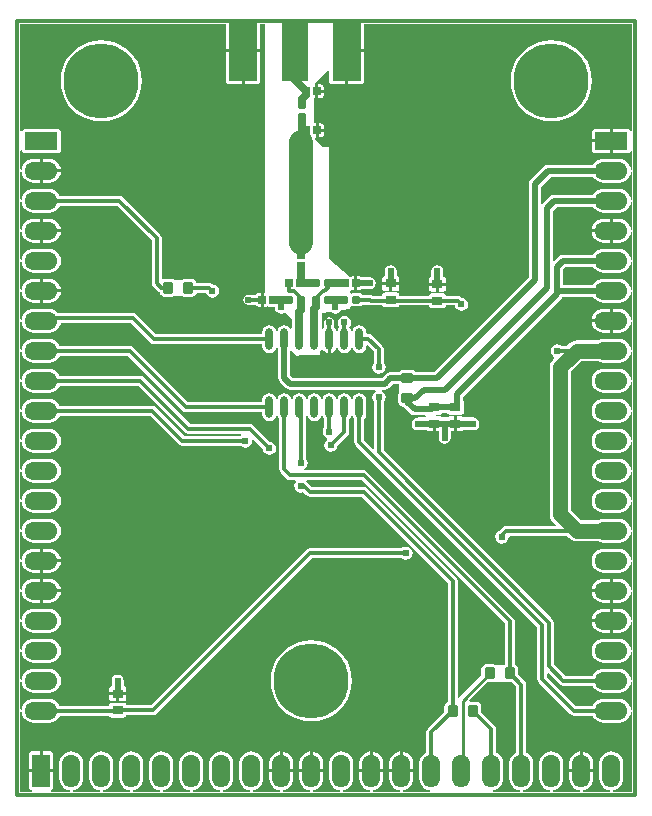
<source format=gtl>
G04 Layer_Physical_Order=1*
G04 Layer_Color=255*
%FSLAX25Y25*%
%MOIN*%
G70*
G01*
G75*
%ADD10R,0.09016X0.20000*%
%ADD11R,0.09508X0.20000*%
%ADD12R,0.03740X0.02953*%
%ADD13R,0.02520X0.02520*%
G04:AMPARAMS|DCode=14|XSize=23.62mil|YSize=23.62mil|CornerRadius=2.36mil|HoleSize=0mil|Usage=FLASHONLY|Rotation=270.000|XOffset=0mil|YOffset=0mil|HoleType=Round|Shape=RoundedRectangle|*
%AMROUNDEDRECTD14*
21,1,0.02362,0.01890,0,0,270.0*
21,1,0.01890,0.02362,0,0,270.0*
1,1,0.00472,-0.00945,-0.00945*
1,1,0.00472,-0.00945,0.00945*
1,1,0.00472,0.00945,0.00945*
1,1,0.00472,0.00945,-0.00945*
%
%ADD14ROUNDEDRECTD14*%
%ADD15O,0.02559X0.07283*%
%ADD16R,0.02520X0.02520*%
G04:AMPARAMS|DCode=17|XSize=23.62mil|YSize=23.62mil|CornerRadius=2.36mil|HoleSize=0mil|Usage=FLASHONLY|Rotation=180.000|XOffset=0mil|YOffset=0mil|HoleType=Round|Shape=RoundedRectangle|*
%AMROUNDEDRECTD17*
21,1,0.02362,0.01890,0,0,180.0*
21,1,0.01890,0.02362,0,0,180.0*
1,1,0.00472,-0.00945,0.00945*
1,1,0.00472,0.00945,0.00945*
1,1,0.00472,0.00945,-0.00945*
1,1,0.00472,-0.00945,-0.00945*
%
%ADD17ROUNDEDRECTD17*%
G04:AMPARAMS|DCode=18|XSize=39.37mil|YSize=35.43mil|CornerRadius=4.43mil|HoleSize=0mil|Usage=FLASHONLY|Rotation=90.000|XOffset=0mil|YOffset=0mil|HoleType=Round|Shape=RoundedRectangle|*
%AMROUNDEDRECTD18*
21,1,0.03937,0.02657,0,0,90.0*
21,1,0.03051,0.03543,0,0,90.0*
1,1,0.00886,0.01329,0.01526*
1,1,0.00886,0.01329,-0.01526*
1,1,0.00886,-0.01329,-0.01526*
1,1,0.00886,-0.01329,0.01526*
%
%ADD18ROUNDEDRECTD18*%
G04:AMPARAMS|DCode=19|XSize=39.37mil|YSize=35.43mil|CornerRadius=4.43mil|HoleSize=0mil|Usage=FLASHONLY|Rotation=180.000|XOffset=0mil|YOffset=0mil|HoleType=Round|Shape=RoundedRectangle|*
%AMROUNDEDRECTD19*
21,1,0.03937,0.02657,0,0,180.0*
21,1,0.03051,0.03543,0,0,180.0*
1,1,0.00886,-0.01526,0.01329*
1,1,0.00886,0.01526,0.01329*
1,1,0.00886,0.01526,-0.01329*
1,1,0.00886,-0.01526,-0.01329*
%
%ADD19ROUNDEDRECTD19*%
%ADD20C,0.01200*%
%ADD21C,0.02000*%
%ADD22C,0.05000*%
%ADD23C,0.01000*%
%ADD24C,0.02500*%
%ADD25C,0.07874*%
%ADD26C,0.01181*%
%ADD27C,0.25000*%
%ADD28R,0.11000X0.06000*%
%ADD29O,0.11000X0.06000*%
%ADD30R,0.06000X0.11000*%
%ADD31O,0.06000X0.11000*%
%ADD32C,0.02400*%
G36*
X491480Y393557D02*
Y384443D01*
X490980Y384411D01*
X490897Y385044D01*
X490494Y386017D01*
X489853Y386853D01*
X489017Y387494D01*
X488044Y387897D01*
X487000Y388035D01*
X482000D01*
X480956Y387897D01*
X479983Y387494D01*
X479147Y386853D01*
X478523Y386039D01*
X468539D01*
Y391155D01*
X469345Y391961D01*
X478523D01*
X479147Y391147D01*
X479983Y390506D01*
X480956Y390103D01*
X482000Y389966D01*
X487000D01*
X488044Y390103D01*
X489017Y390506D01*
X489853Y391147D01*
X490494Y391983D01*
X490897Y392956D01*
X490980Y393589D01*
X491480Y393557D01*
D02*
G37*
G36*
X449062Y273131D02*
Y259437D01*
X448801Y259385D01*
X448608Y259256D01*
X446085D01*
X445892Y259385D01*
X445329Y259497D01*
X442671D01*
X442108Y259385D01*
X441631Y259066D01*
X441312Y258589D01*
X441200Y258026D01*
Y255863D01*
X433844Y248507D01*
X433785Y248419D01*
X433285Y248570D01*
Y287347D01*
X433161Y287971D01*
X432807Y288500D01*
X403154Y318154D01*
X402624Y318507D01*
X402000Y318631D01*
X384676D01*
X383154Y320153D01*
X382832Y320369D01*
X382978Y320850D01*
X382995Y320869D01*
X401324D01*
X449062Y273131D01*
D02*
G37*
G36*
X467346Y252847D02*
X467876Y252493D01*
X468500Y252369D01*
X468500Y252369D01*
X478346D01*
X478506Y251983D01*
X479147Y251147D01*
X479983Y250506D01*
X480956Y250103D01*
X482000Y249966D01*
X487000D01*
X488044Y250103D01*
X489017Y250506D01*
X489853Y251147D01*
X490494Y251983D01*
X490897Y252956D01*
X490980Y253589D01*
X491480Y253557D01*
Y244443D01*
X490980Y244411D01*
X490897Y245044D01*
X490494Y246017D01*
X489853Y246853D01*
X489017Y247494D01*
X488044Y247897D01*
X487000Y248035D01*
X482000D01*
X480956Y247897D01*
X479983Y247494D01*
X479147Y246853D01*
X478506Y246017D01*
X478346Y245631D01*
X472676D01*
X463131Y255176D01*
Y256408D01*
X463593Y256600D01*
X467346Y252847D01*
D02*
G37*
G36*
X491480Y423557D02*
Y414443D01*
X490980Y414411D01*
X490897Y415044D01*
X490494Y416017D01*
X489853Y416853D01*
X489017Y417494D01*
X488044Y417897D01*
X487000Y418035D01*
X482000D01*
X480956Y417897D01*
X479983Y417494D01*
X479147Y416853D01*
X478523Y416039D01*
X465500D01*
X464720Y415884D01*
X464058Y415442D01*
X461558Y412942D01*
X461539Y412914D01*
X461039Y413065D01*
Y418655D01*
X464345Y421961D01*
X478523D01*
X479147Y421147D01*
X479983Y420506D01*
X480956Y420103D01*
X482000Y419966D01*
X487000D01*
X488044Y420103D01*
X489017Y420506D01*
X489853Y421147D01*
X490494Y421983D01*
X490897Y422956D01*
X490980Y423589D01*
X491480Y423557D01*
D02*
G37*
G36*
Y413557D02*
Y404443D01*
X490980Y404411D01*
X490897Y405044D01*
X490494Y406017D01*
X489853Y406853D01*
X489017Y407494D01*
X488044Y407897D01*
X487000Y408035D01*
X485000D01*
Y404000D01*
Y399966D01*
X487000D01*
X488044Y400103D01*
X489017Y400506D01*
X489853Y401147D01*
X490494Y401983D01*
X490897Y402956D01*
X490980Y403589D01*
X491480Y403557D01*
Y394443D01*
X490980Y394411D01*
X490897Y395044D01*
X490494Y396017D01*
X489853Y396853D01*
X489017Y397494D01*
X488044Y397897D01*
X487000Y398035D01*
X482000D01*
X480956Y397897D01*
X479983Y397494D01*
X479147Y396853D01*
X478523Y396039D01*
X468500D01*
X467720Y395884D01*
X467058Y395442D01*
X465539Y393923D01*
X465039Y394130D01*
Y410655D01*
X466345Y411961D01*
X478523D01*
X479147Y411147D01*
X479983Y410506D01*
X480956Y410103D01*
X482000Y409966D01*
X487000D01*
X488044Y410103D01*
X489017Y410506D01*
X489853Y411147D01*
X490494Y411983D01*
X490897Y412956D01*
X490980Y413589D01*
X491480Y413557D01*
D02*
G37*
G36*
Y383557D02*
Y374443D01*
X490980Y374411D01*
X490897Y375044D01*
X490494Y376017D01*
X489853Y376853D01*
X489017Y377494D01*
X488044Y377897D01*
X487000Y378034D01*
X485000D01*
Y374000D01*
Y369966D01*
X487000D01*
X488044Y370103D01*
X489017Y370506D01*
X489853Y371147D01*
X490494Y371983D01*
X490897Y372956D01*
X490980Y373589D01*
X491480Y373557D01*
Y364443D01*
X490980Y364411D01*
X490897Y365044D01*
X490494Y366017D01*
X489853Y366853D01*
X489017Y367494D01*
X488044Y367897D01*
X487000Y368035D01*
X482000D01*
X480956Y367897D01*
X480070Y367530D01*
X473000D01*
X472086Y367410D01*
X471235Y367057D01*
X470504Y366496D01*
X469639Y365631D01*
X468018D01*
X467358Y366072D01*
X466500Y366243D01*
X465642Y366072D01*
X464914Y365586D01*
X464428Y364858D01*
X464257Y364000D01*
X464428Y363142D01*
X464914Y362414D01*
X465394Y362093D01*
X465494Y361486D01*
X465004Y360996D01*
X464443Y360265D01*
X464090Y359414D01*
X463970Y358500D01*
Y309500D01*
X464090Y308586D01*
X464443Y307735D01*
X465004Y307004D01*
X465914Y306093D01*
X465723Y305631D01*
X449500D01*
X448876Y305507D01*
X448347Y305153D01*
X447296Y304103D01*
X447142Y304072D01*
X446414Y303586D01*
X445928Y302858D01*
X445757Y302000D01*
X445928Y301142D01*
X446414Y300414D01*
X447142Y299928D01*
X448000Y299757D01*
X448858Y299928D01*
X449586Y300414D01*
X450072Y301142D01*
X450243Y302000D01*
X450680Y302369D01*
X469639D01*
X470504Y301504D01*
X471235Y300943D01*
X472086Y300590D01*
X473000Y300470D01*
X480070D01*
X480956Y300103D01*
X482000Y299966D01*
X487000D01*
X488044Y300103D01*
X489017Y300506D01*
X489853Y301147D01*
X490494Y301983D01*
X490897Y302956D01*
X490980Y303589D01*
X491480Y303557D01*
Y294443D01*
X490980Y294411D01*
X490897Y295044D01*
X490494Y296017D01*
X489853Y296853D01*
X489017Y297494D01*
X488044Y297897D01*
X487000Y298035D01*
X482000D01*
X480956Y297897D01*
X479983Y297494D01*
X479147Y296853D01*
X478506Y296017D01*
X478103Y295044D01*
X477965Y294000D01*
X478103Y292956D01*
X478506Y291983D01*
X479147Y291147D01*
X479983Y290506D01*
X480956Y290103D01*
X482000Y289966D01*
X487000D01*
X488044Y290103D01*
X489017Y290506D01*
X489853Y291147D01*
X490494Y291983D01*
X490897Y292956D01*
X490980Y293589D01*
X491480Y293557D01*
Y284443D01*
X490980Y284411D01*
X490897Y285044D01*
X490494Y286017D01*
X489853Y286853D01*
X489017Y287494D01*
X488044Y287897D01*
X487000Y288035D01*
X485000D01*
Y284000D01*
Y279965D01*
X487000D01*
X488044Y280103D01*
X489017Y280506D01*
X489853Y281147D01*
X490494Y281983D01*
X490897Y282956D01*
X490980Y283589D01*
X491480Y283557D01*
Y274443D01*
X490980Y274411D01*
X490897Y275044D01*
X490494Y276017D01*
X489853Y276853D01*
X489017Y277494D01*
X488044Y277897D01*
X487000Y278034D01*
X485000D01*
Y274000D01*
Y269966D01*
X487000D01*
X488044Y270103D01*
X489017Y270506D01*
X489853Y271147D01*
X490494Y271983D01*
X490897Y272956D01*
X490980Y273589D01*
X491480Y273557D01*
Y264443D01*
X490980Y264411D01*
X490897Y265044D01*
X490494Y266017D01*
X489853Y266853D01*
X489017Y267494D01*
X488044Y267897D01*
X487000Y268035D01*
X482000D01*
X480956Y267897D01*
X479983Y267494D01*
X479147Y266853D01*
X478506Y266017D01*
X478103Y265044D01*
X477965Y264000D01*
X478103Y262956D01*
X478506Y261983D01*
X479147Y261147D01*
X479983Y260506D01*
X480956Y260103D01*
X482000Y259965D01*
X487000D01*
X488044Y260103D01*
X489017Y260506D01*
X489853Y261147D01*
X490494Y261983D01*
X490897Y262956D01*
X490980Y263589D01*
X491480Y263557D01*
Y254443D01*
X490980Y254411D01*
X490897Y255044D01*
X490494Y256017D01*
X489853Y256853D01*
X489017Y257494D01*
X488044Y257897D01*
X487000Y258034D01*
X482000D01*
X480956Y257897D01*
X479983Y257494D01*
X479147Y256853D01*
X478506Y256017D01*
X478346Y255631D01*
X469176D01*
X465331Y259476D01*
Y273411D01*
X465207Y274036D01*
X464853Y274565D01*
X408631Y330787D01*
Y346982D01*
X409072Y347642D01*
X409243Y348500D01*
X409072Y349358D01*
X408586Y350086D01*
X408025Y350461D01*
X408177Y350961D01*
X409000D01*
X409780Y351116D01*
X410442Y351558D01*
X411691Y352807D01*
X413714D01*
X413744Y352762D01*
Y350238D01*
X413615Y350045D01*
X413503Y349482D01*
Y346825D01*
X413615Y346262D01*
X413934Y345784D01*
X414411Y345466D01*
X414974Y345354D01*
X415263D01*
X417558Y343058D01*
X418220Y342616D01*
X419000Y342461D01*
X422367D01*
X422618Y341961D01*
X422486Y341783D01*
X420244D01*
X420244Y341783D01*
X419464Y341628D01*
X418802Y341186D01*
X418802Y341186D01*
X418558Y340942D01*
X418116Y340280D01*
X417961Y339500D01*
X418116Y338720D01*
X418558Y338058D01*
X419220Y337616D01*
X420000Y337461D01*
X420780Y337616D01*
X420913Y337705D01*
X422803D01*
X422909Y337547D01*
X423240Y337326D01*
X423630Y337248D01*
X425000D01*
Y339744D01*
X426000D01*
Y337248D01*
X426961D01*
Y335000D01*
X427116Y334220D01*
X427558Y333558D01*
X428220Y333116D01*
X429000Y332961D01*
X429780Y333116D01*
X430442Y333558D01*
X430884Y334220D01*
X431039Y335000D01*
Y337248D01*
X432000D01*
Y339744D01*
Y342240D01*
X430630D01*
X430240Y342162D01*
X429909Y341941D01*
X429803Y341783D01*
X428197D01*
X428091Y341941D01*
X427760Y342162D01*
X427370Y342240D01*
X426464D01*
X426212Y342740D01*
X426227Y342760D01*
X427370D01*
X427760Y342838D01*
X428091Y343059D01*
X428197Y343217D01*
X429803D01*
X429909Y343059D01*
X430240Y342838D01*
X430630Y342760D01*
X434370D01*
X434760Y342838D01*
X435091Y343059D01*
X435312Y343389D01*
X435390Y343779D01*
Y346732D01*
X435312Y347123D01*
X435091Y347453D01*
X435039Y347488D01*
Y348655D01*
X467942Y381558D01*
X467942Y381558D01*
X468211Y381961D01*
X478523D01*
X479147Y381147D01*
X479983Y380506D01*
X480956Y380103D01*
X482000Y379965D01*
X487000D01*
X488044Y380103D01*
X489017Y380506D01*
X489853Y381147D01*
X490494Y381983D01*
X490897Y382956D01*
X490980Y383589D01*
X491480Y383557D01*
D02*
G37*
G36*
X288103Y372956D02*
X288506Y371983D01*
X289147Y371147D01*
X289983Y370506D01*
X290956Y370103D01*
X292000Y369966D01*
X297000D01*
X298044Y370103D01*
X299017Y370506D01*
X299853Y371147D01*
X300494Y371983D01*
X300897Y372956D01*
X300951Y373369D01*
X324324D01*
X331028Y366665D01*
X331557Y366312D01*
X332181Y366188D01*
X368176D01*
Y365457D01*
X368353Y364567D01*
X368857Y363813D01*
X369611Y363309D01*
X370500Y363133D01*
X371389Y363309D01*
X372143Y363813D01*
X372647Y364567D01*
X372745Y365059D01*
X373255D01*
X373353Y364567D01*
X373461Y364405D01*
Y355000D01*
X373616Y354220D01*
X374058Y353558D01*
X376058Y351558D01*
X376720Y351116D01*
X377500Y350961D01*
X405823D01*
X405975Y350461D01*
X405414Y350086D01*
X404928Y349358D01*
X404757Y348500D01*
X404928Y347642D01*
X405369Y346982D01*
Y331592D01*
X404907Y331400D01*
X402131Y334176D01*
Y341167D01*
X402143Y341176D01*
X402647Y341930D01*
X402824Y342819D01*
Y347543D01*
X402647Y348433D01*
X402143Y349187D01*
X401389Y349691D01*
X400500Y349868D01*
X399611Y349691D01*
X398857Y349187D01*
X398353Y348433D01*
X398255Y347941D01*
X397745D01*
X397647Y348433D01*
X397143Y349187D01*
X396389Y349691D01*
X395500Y349868D01*
X394611Y349691D01*
X393857Y349187D01*
X393353Y348433D01*
X393255Y347941D01*
X392745D01*
X392647Y348433D01*
X392143Y349187D01*
X391389Y349691D01*
X390500Y349868D01*
X389611Y349691D01*
X388857Y349187D01*
X388353Y348433D01*
X388255Y347941D01*
X387745D01*
X387647Y348433D01*
X387143Y349187D01*
X386389Y349691D01*
X385500Y349868D01*
X384611Y349691D01*
X383857Y349187D01*
X383353Y348433D01*
X383255Y347941D01*
X382745D01*
X382647Y348433D01*
X382143Y349187D01*
X381389Y349691D01*
X380500Y349868D01*
X379611Y349691D01*
X378857Y349187D01*
X378353Y348433D01*
X378255Y347941D01*
X377745D01*
X377647Y348433D01*
X377143Y349187D01*
X376389Y349691D01*
X375500Y349868D01*
X374611Y349691D01*
X373857Y349187D01*
X373353Y348433D01*
X373255Y347941D01*
X372745D01*
X372647Y348433D01*
X372143Y349187D01*
X371389Y349691D01*
X370500Y349868D01*
X369611Y349691D01*
X368857Y349187D01*
X368353Y348433D01*
X368176Y347543D01*
Y346812D01*
X343495D01*
X325153Y365154D01*
X324624Y365507D01*
X324000Y365631D01*
X300654D01*
X300494Y366017D01*
X299853Y366853D01*
X299017Y367494D01*
X298044Y367897D01*
X297000Y368035D01*
X292000D01*
X290956Y367897D01*
X289983Y367494D01*
X289147Y366853D01*
X288506Y366017D01*
X288103Y365044D01*
X288019Y364411D01*
X287520Y364443D01*
Y373557D01*
X288019Y373589D01*
X288103Y372956D01*
D02*
G37*
G36*
Y352956D02*
X288506Y351983D01*
X289147Y351147D01*
X289983Y350506D01*
X290956Y350103D01*
X292000Y349966D01*
X297000D01*
X298044Y350103D01*
X299017Y350506D01*
X299853Y351147D01*
X300494Y351983D01*
X300654Y352369D01*
X326824D01*
X342347Y336846D01*
X342876Y336493D01*
X343500Y336369D01*
X360981D01*
X361167Y335869D01*
X360934Y335631D01*
X342176D01*
X332653Y345153D01*
X332124Y345507D01*
X331500Y345631D01*
X300654D01*
X300494Y346017D01*
X299853Y346853D01*
X299017Y347494D01*
X298044Y347897D01*
X297000Y348035D01*
X292000D01*
X290956Y347897D01*
X289983Y347494D01*
X289147Y346853D01*
X288506Y346017D01*
X288103Y345044D01*
X288019Y344411D01*
X287520Y344443D01*
Y353557D01*
X288019Y353589D01*
X288103Y352956D01*
D02*
G37*
G36*
X491480Y363557D02*
Y354443D01*
X490980Y354411D01*
X490897Y355044D01*
X490494Y356017D01*
X489853Y356853D01*
X489017Y357494D01*
X488044Y357897D01*
X487000Y358034D01*
X482000D01*
X480956Y357897D01*
X479983Y357494D01*
X479147Y356853D01*
X478506Y356017D01*
X478103Y355044D01*
X477965Y354000D01*
X478103Y352956D01*
X478506Y351983D01*
X479147Y351147D01*
X479983Y350506D01*
X480956Y350103D01*
X482000Y349966D01*
X487000D01*
X488044Y350103D01*
X489017Y350506D01*
X489853Y351147D01*
X490494Y351983D01*
X490897Y352956D01*
X490980Y353589D01*
X491480Y353557D01*
Y344443D01*
X490980Y344411D01*
X490897Y345044D01*
X490494Y346017D01*
X489853Y346853D01*
X489017Y347494D01*
X488044Y347897D01*
X487000Y348035D01*
X482000D01*
X480956Y347897D01*
X479983Y347494D01*
X479147Y346853D01*
X478506Y346017D01*
X478103Y345044D01*
X477965Y344000D01*
X478103Y342956D01*
X478506Y341983D01*
X479147Y341147D01*
X479983Y340506D01*
X480956Y340103D01*
X482000Y339966D01*
X487000D01*
X488044Y340103D01*
X489017Y340506D01*
X489853Y341147D01*
X490494Y341983D01*
X490897Y342956D01*
X490980Y343589D01*
X491480Y343557D01*
Y334443D01*
X490980Y334411D01*
X490897Y335044D01*
X490494Y336017D01*
X489853Y336853D01*
X489017Y337494D01*
X488044Y337897D01*
X487000Y338035D01*
X482000D01*
X480956Y337897D01*
X479983Y337494D01*
X479147Y336853D01*
X478506Y336017D01*
X478103Y335044D01*
X477965Y334000D01*
X478103Y332956D01*
X478506Y331983D01*
X479147Y331147D01*
X479983Y330506D01*
X480956Y330103D01*
X482000Y329965D01*
X487000D01*
X488044Y330103D01*
X489017Y330506D01*
X489853Y331147D01*
X490494Y331983D01*
X490897Y332956D01*
X490980Y333589D01*
X491480Y333557D01*
Y324443D01*
X490980Y324411D01*
X490897Y325044D01*
X490494Y326017D01*
X489853Y326853D01*
X489017Y327494D01*
X488044Y327897D01*
X487000Y328034D01*
X482000D01*
X480956Y327897D01*
X479983Y327494D01*
X479147Y326853D01*
X478506Y326017D01*
X478103Y325044D01*
X477965Y324000D01*
X478103Y322956D01*
X478506Y321983D01*
X479147Y321147D01*
X479983Y320506D01*
X480956Y320103D01*
X482000Y319966D01*
X487000D01*
X488044Y320103D01*
X489017Y320506D01*
X489853Y321147D01*
X490494Y321983D01*
X490897Y322956D01*
X490980Y323589D01*
X491480Y323557D01*
Y314443D01*
X490980Y314411D01*
X490897Y315044D01*
X490494Y316017D01*
X489853Y316853D01*
X489017Y317494D01*
X488044Y317897D01*
X487000Y318035D01*
X482000D01*
X480956Y317897D01*
X479983Y317494D01*
X479147Y316853D01*
X478506Y316017D01*
X478103Y315044D01*
X477965Y314000D01*
X478103Y312956D01*
X478506Y311983D01*
X479147Y311147D01*
X479983Y310506D01*
X480956Y310103D01*
X482000Y309965D01*
X487000D01*
X488044Y310103D01*
X489017Y310506D01*
X489853Y311147D01*
X490494Y311983D01*
X490897Y312956D01*
X490980Y313589D01*
X491480Y313557D01*
Y304443D01*
X490980Y304411D01*
X490897Y305044D01*
X490494Y306017D01*
X489853Y306853D01*
X489017Y307494D01*
X488044Y307897D01*
X487000Y308034D01*
X482000D01*
X480956Y307897D01*
X480070Y307530D01*
X474462D01*
X471030Y310962D01*
Y357038D01*
X474462Y360470D01*
X480070D01*
X480956Y360103D01*
X482000Y359965D01*
X487000D01*
X488044Y360103D01*
X489017Y360506D01*
X489853Y361147D01*
X490494Y361983D01*
X490897Y362956D01*
X490980Y363589D01*
X491480Y363557D01*
D02*
G37*
G36*
X288103Y362956D02*
X288506Y361983D01*
X289147Y361147D01*
X289983Y360506D01*
X290956Y360103D01*
X292000Y359965D01*
X297000D01*
X298044Y360103D01*
X299017Y360506D01*
X299853Y361147D01*
X300494Y361983D01*
X300654Y362369D01*
X323324D01*
X341665Y344028D01*
X342195Y343674D01*
X342819Y343550D01*
X368176D01*
Y342819D01*
X368353Y341930D01*
X368857Y341176D01*
X369611Y340672D01*
X370500Y340495D01*
X371389Y340672D01*
X372143Y341176D01*
X372647Y341930D01*
X372745Y342421D01*
X373255D01*
X373353Y341930D01*
X373857Y341176D01*
X373869Y341167D01*
Y324500D01*
X373993Y323876D01*
X374346Y323346D01*
X376346Y321346D01*
X376876Y320993D01*
X377500Y320869D01*
X379005D01*
X379269Y320369D01*
X378928Y319858D01*
X378757Y319000D01*
X378928Y318142D01*
X379414Y317414D01*
X380142Y316928D01*
X381000Y316757D01*
X381781Y316912D01*
X382846Y315846D01*
X383376Y315493D01*
X384000Y315369D01*
X401324D01*
X430022Y286671D01*
Y246937D01*
X429762Y246885D01*
X429284Y246566D01*
X428966Y246089D01*
X428854Y245526D01*
Y243507D01*
X423347Y238000D01*
X422993Y237471D01*
X422869Y236846D01*
Y230154D01*
X422483Y229994D01*
X421647Y229353D01*
X421006Y228517D01*
X420603Y227544D01*
X420466Y226500D01*
Y221500D01*
X420603Y220456D01*
X421006Y219483D01*
X421647Y218647D01*
X422483Y218006D01*
X423456Y217603D01*
X424089Y217519D01*
X424057Y217020D01*
X414943D01*
X414911Y217519D01*
X415544Y217603D01*
X416517Y218006D01*
X417353Y218647D01*
X417994Y219483D01*
X418397Y220456D01*
X418535Y221500D01*
Y223500D01*
X414500D01*
X410465D01*
Y221500D01*
X410603Y220456D01*
X411006Y219483D01*
X411647Y218647D01*
X412483Y218006D01*
X413456Y217603D01*
X414089Y217519D01*
X414057Y217020D01*
X404943D01*
X404911Y217519D01*
X405544Y217603D01*
X406517Y218006D01*
X407353Y218647D01*
X407994Y219483D01*
X408397Y220456D01*
X408534Y221500D01*
Y223500D01*
X404500D01*
X400465D01*
Y221500D01*
X400603Y220456D01*
X401006Y219483D01*
X401647Y218647D01*
X402483Y218006D01*
X403456Y217603D01*
X404089Y217519D01*
X404057Y217020D01*
X394943D01*
X394911Y217519D01*
X395544Y217603D01*
X396517Y218006D01*
X397353Y218647D01*
X397994Y219483D01*
X398397Y220456D01*
X398534Y221500D01*
Y226500D01*
X398397Y227544D01*
X397994Y228517D01*
X397353Y229353D01*
X396517Y229994D01*
X395544Y230397D01*
X394500Y230535D01*
X393456Y230397D01*
X392483Y229994D01*
X391647Y229353D01*
X391006Y228517D01*
X390603Y227544D01*
X390465Y226500D01*
Y221500D01*
X390603Y220456D01*
X391006Y219483D01*
X391647Y218647D01*
X392483Y218006D01*
X393456Y217603D01*
X394089Y217519D01*
X394057Y217020D01*
X384943D01*
X384911Y217519D01*
X385544Y217603D01*
X386517Y218006D01*
X387353Y218647D01*
X387994Y219483D01*
X388397Y220456D01*
X388534Y221500D01*
Y223500D01*
X384500D01*
X380466D01*
Y221500D01*
X380603Y220456D01*
X381006Y219483D01*
X381647Y218647D01*
X382483Y218006D01*
X383456Y217603D01*
X384089Y217519D01*
X384057Y217020D01*
X374943D01*
X374911Y217519D01*
X375544Y217603D01*
X376517Y218006D01*
X377353Y218647D01*
X377994Y219483D01*
X378397Y220456D01*
X378535Y221500D01*
Y223500D01*
X374500D01*
X370465D01*
Y221500D01*
X370603Y220456D01*
X371006Y219483D01*
X371647Y218647D01*
X372483Y218006D01*
X373456Y217603D01*
X374089Y217519D01*
X374057Y217020D01*
X364943D01*
X364911Y217519D01*
X365544Y217603D01*
X366517Y218006D01*
X367353Y218647D01*
X367994Y219483D01*
X368397Y220456D01*
X368534Y221500D01*
Y226500D01*
X368397Y227544D01*
X367994Y228517D01*
X367353Y229353D01*
X366517Y229994D01*
X365544Y230397D01*
X364500Y230535D01*
X363456Y230397D01*
X362483Y229994D01*
X361647Y229353D01*
X361006Y228517D01*
X360603Y227544D01*
X360466Y226500D01*
Y221500D01*
X360603Y220456D01*
X361006Y219483D01*
X361647Y218647D01*
X362483Y218006D01*
X363456Y217603D01*
X364089Y217519D01*
X364057Y217020D01*
X354943D01*
X354911Y217519D01*
X355544Y217603D01*
X356517Y218006D01*
X357353Y218647D01*
X357994Y219483D01*
X358397Y220456D01*
X358535Y221500D01*
Y226500D01*
X358397Y227544D01*
X357994Y228517D01*
X357353Y229353D01*
X356517Y229994D01*
X355544Y230397D01*
X354500Y230535D01*
X353456Y230397D01*
X352483Y229994D01*
X351647Y229353D01*
X351006Y228517D01*
X350603Y227544D01*
X350465Y226500D01*
Y221500D01*
X350603Y220456D01*
X351006Y219483D01*
X351647Y218647D01*
X352483Y218006D01*
X353456Y217603D01*
X354089Y217519D01*
X354057Y217020D01*
X344943D01*
X344911Y217519D01*
X345544Y217603D01*
X346517Y218006D01*
X347353Y218647D01*
X347994Y219483D01*
X348397Y220456D01*
X348534Y221500D01*
Y226500D01*
X348397Y227544D01*
X347994Y228517D01*
X347353Y229353D01*
X346517Y229994D01*
X345544Y230397D01*
X344500Y230535D01*
X343456Y230397D01*
X342483Y229994D01*
X341647Y229353D01*
X341006Y228517D01*
X340603Y227544D01*
X340465Y226500D01*
Y221500D01*
X340603Y220456D01*
X341006Y219483D01*
X341647Y218647D01*
X342483Y218006D01*
X343456Y217603D01*
X344089Y217519D01*
X344057Y217020D01*
X334943D01*
X334911Y217519D01*
X335544Y217603D01*
X336517Y218006D01*
X337353Y218647D01*
X337994Y219483D01*
X338397Y220456D01*
X338534Y221500D01*
Y226500D01*
X338397Y227544D01*
X337994Y228517D01*
X337353Y229353D01*
X336517Y229994D01*
X335544Y230397D01*
X334500Y230535D01*
X333456Y230397D01*
X332483Y229994D01*
X331647Y229353D01*
X331006Y228517D01*
X330603Y227544D01*
X330466Y226500D01*
Y221500D01*
X330603Y220456D01*
X331006Y219483D01*
X331647Y218647D01*
X332483Y218006D01*
X333456Y217603D01*
X334089Y217519D01*
X334057Y217020D01*
X324943D01*
X324911Y217519D01*
X325544Y217603D01*
X326517Y218006D01*
X327353Y218647D01*
X327994Y219483D01*
X328397Y220456D01*
X328535Y221500D01*
Y226500D01*
X328397Y227544D01*
X327994Y228517D01*
X327353Y229353D01*
X326517Y229994D01*
X325544Y230397D01*
X324500Y230535D01*
X323456Y230397D01*
X322483Y229994D01*
X321647Y229353D01*
X321006Y228517D01*
X320603Y227544D01*
X320465Y226500D01*
Y221500D01*
X320603Y220456D01*
X321006Y219483D01*
X321647Y218647D01*
X322483Y218006D01*
X323456Y217603D01*
X324089Y217519D01*
X324057Y217020D01*
X314943D01*
X314911Y217519D01*
X315544Y217603D01*
X316517Y218006D01*
X317353Y218647D01*
X317994Y219483D01*
X318397Y220456D01*
X318534Y221500D01*
Y226500D01*
X318397Y227544D01*
X317994Y228517D01*
X317353Y229353D01*
X316517Y229994D01*
X315544Y230397D01*
X314500Y230535D01*
X313456Y230397D01*
X312483Y229994D01*
X311647Y229353D01*
X311006Y228517D01*
X310603Y227544D01*
X310466Y226500D01*
Y221500D01*
X310603Y220456D01*
X311006Y219483D01*
X311647Y218647D01*
X312483Y218006D01*
X313456Y217603D01*
X314089Y217519D01*
X314057Y217020D01*
X304943D01*
X304911Y217519D01*
X305544Y217603D01*
X306517Y218006D01*
X307353Y218647D01*
X307994Y219483D01*
X308397Y220456D01*
X308535Y221500D01*
Y226500D01*
X308397Y227544D01*
X307994Y228517D01*
X307353Y229353D01*
X306517Y229994D01*
X305544Y230397D01*
X304500Y230535D01*
X303456Y230397D01*
X302483Y229994D01*
X301647Y229353D01*
X301006Y228517D01*
X300603Y227544D01*
X300465Y226500D01*
Y221500D01*
X300603Y220456D01*
X301006Y219483D01*
X301647Y218647D01*
X302483Y218006D01*
X303456Y217603D01*
X304089Y217519D01*
X304057Y217020D01*
X297746D01*
X297697Y217519D01*
X297890Y217558D01*
X298221Y217779D01*
X298442Y218110D01*
X298520Y218500D01*
Y223500D01*
X294500D01*
X290480D01*
Y218500D01*
X290558Y218110D01*
X290779Y217779D01*
X291110Y217558D01*
X291303Y217519D01*
X291254Y217020D01*
X287520D01*
Y243557D01*
X288019Y243589D01*
X288103Y242956D01*
X288506Y241983D01*
X289147Y241147D01*
X289983Y240506D01*
X290956Y240103D01*
X292000Y239966D01*
X297000D01*
X298044Y240103D01*
X299017Y240506D01*
X299853Y241147D01*
X300494Y241983D01*
X300654Y242369D01*
X317194D01*
X317409Y242047D01*
X317740Y241826D01*
X318130Y241748D01*
X321870D01*
X322260Y241826D01*
X322591Y242047D01*
X322812Y242377D01*
X322859Y242613D01*
X331744D01*
X332368Y242737D01*
X332898Y243091D01*
X384676Y294869D01*
X414482D01*
X415142Y294428D01*
X416000Y294257D01*
X416858Y294428D01*
X417586Y294914D01*
X418072Y295642D01*
X418243Y296500D01*
X418072Y297358D01*
X417586Y298086D01*
X416858Y298572D01*
X416000Y298743D01*
X415142Y298572D01*
X414482Y298131D01*
X384000D01*
X383376Y298007D01*
X382846Y297654D01*
X331068Y245876D01*
X322859D01*
X322812Y246111D01*
X322591Y246441D01*
X322260Y246662D01*
X321870Y246740D01*
X318130D01*
X317740Y246662D01*
X317409Y246441D01*
X317188Y246111D01*
X317110Y245721D01*
Y245631D01*
X300654D01*
X300494Y246017D01*
X299853Y246853D01*
X299017Y247494D01*
X298044Y247897D01*
X297000Y248035D01*
X292000D01*
X290956Y247897D01*
X289983Y247494D01*
X289147Y246853D01*
X288506Y246017D01*
X288103Y245044D01*
X288019Y244411D01*
X287520Y244443D01*
Y253557D01*
X288019Y253589D01*
X288103Y252956D01*
X288506Y251983D01*
X289147Y251147D01*
X289983Y250506D01*
X290956Y250103D01*
X292000Y249966D01*
X297000D01*
X298044Y250103D01*
X299017Y250506D01*
X299853Y251147D01*
X300494Y251983D01*
X300897Y252956D01*
X301034Y254000D01*
X300897Y255044D01*
X300494Y256017D01*
X299853Y256853D01*
X299017Y257494D01*
X298044Y257897D01*
X297000Y258034D01*
X292000D01*
X290956Y257897D01*
X289983Y257494D01*
X289147Y256853D01*
X288506Y256017D01*
X288103Y255044D01*
X288019Y254411D01*
X287520Y254443D01*
Y263557D01*
X288019Y263589D01*
X288103Y262956D01*
X288506Y261983D01*
X289147Y261147D01*
X289983Y260506D01*
X290956Y260103D01*
X292000Y259965D01*
X297000D01*
X298044Y260103D01*
X299017Y260506D01*
X299853Y261147D01*
X300494Y261983D01*
X300897Y262956D01*
X301034Y264000D01*
X300897Y265044D01*
X300494Y266017D01*
X299853Y266853D01*
X299017Y267494D01*
X298044Y267897D01*
X297000Y268035D01*
X292000D01*
X290956Y267897D01*
X289983Y267494D01*
X289147Y266853D01*
X288506Y266017D01*
X288103Y265044D01*
X288019Y264411D01*
X287520Y264443D01*
Y273557D01*
X288019Y273589D01*
X288103Y272956D01*
X288506Y271983D01*
X289147Y271147D01*
X289983Y270506D01*
X290956Y270103D01*
X292000Y269966D01*
X297000D01*
X298044Y270103D01*
X299017Y270506D01*
X299853Y271147D01*
X300494Y271983D01*
X300897Y272956D01*
X301034Y274000D01*
X300897Y275044D01*
X300494Y276017D01*
X299853Y276853D01*
X299017Y277494D01*
X298044Y277897D01*
X297000Y278034D01*
X292000D01*
X290956Y277897D01*
X289983Y277494D01*
X289147Y276853D01*
X288506Y276017D01*
X288103Y275044D01*
X288019Y274411D01*
X287520Y274443D01*
Y283557D01*
X288019Y283589D01*
X288103Y282956D01*
X288506Y281983D01*
X289147Y281147D01*
X289983Y280506D01*
X290956Y280103D01*
X292000Y279965D01*
X294000D01*
Y284000D01*
Y288035D01*
X292000D01*
X290956Y287897D01*
X289983Y287494D01*
X289147Y286853D01*
X288506Y286017D01*
X288103Y285044D01*
X288019Y284411D01*
X287520Y284443D01*
Y293557D01*
X288019Y293589D01*
X288103Y292956D01*
X288506Y291983D01*
X289147Y291147D01*
X289983Y290506D01*
X290956Y290103D01*
X292000Y289966D01*
X294000D01*
Y294000D01*
Y298035D01*
X292000D01*
X290956Y297897D01*
X289983Y297494D01*
X289147Y296853D01*
X288506Y296017D01*
X288103Y295044D01*
X288019Y294411D01*
X287520Y294443D01*
Y303557D01*
X288019Y303589D01*
X288103Y302956D01*
X288506Y301983D01*
X289147Y301147D01*
X289983Y300506D01*
X290956Y300103D01*
X292000Y299966D01*
X297000D01*
X298044Y300103D01*
X299017Y300506D01*
X299853Y301147D01*
X300494Y301983D01*
X300897Y302956D01*
X301034Y304000D01*
X300897Y305044D01*
X300494Y306017D01*
X299853Y306853D01*
X299017Y307494D01*
X298044Y307897D01*
X297000Y308034D01*
X292000D01*
X290956Y307897D01*
X289983Y307494D01*
X289147Y306853D01*
X288506Y306017D01*
X288103Y305044D01*
X288019Y304411D01*
X287520Y304443D01*
Y313557D01*
X288019Y313589D01*
X288103Y312956D01*
X288506Y311983D01*
X289147Y311147D01*
X289983Y310506D01*
X290956Y310103D01*
X292000Y309965D01*
X297000D01*
X298044Y310103D01*
X299017Y310506D01*
X299853Y311147D01*
X300494Y311983D01*
X300897Y312956D01*
X301034Y314000D01*
X300897Y315044D01*
X300494Y316017D01*
X299853Y316853D01*
X299017Y317494D01*
X298044Y317897D01*
X297000Y318035D01*
X292000D01*
X290956Y317897D01*
X289983Y317494D01*
X289147Y316853D01*
X288506Y316017D01*
X288103Y315044D01*
X288019Y314411D01*
X287520Y314443D01*
Y323557D01*
X288019Y323589D01*
X288103Y322956D01*
X288506Y321983D01*
X289147Y321147D01*
X289983Y320506D01*
X290956Y320103D01*
X292000Y319966D01*
X297000D01*
X298044Y320103D01*
X299017Y320506D01*
X299853Y321147D01*
X300494Y321983D01*
X300897Y322956D01*
X301034Y324000D01*
X300897Y325044D01*
X300494Y326017D01*
X299853Y326853D01*
X299017Y327494D01*
X298044Y327897D01*
X297000Y328034D01*
X292000D01*
X290956Y327897D01*
X289983Y327494D01*
X289147Y326853D01*
X288506Y326017D01*
X288103Y325044D01*
X288019Y324411D01*
X287520Y324443D01*
Y333557D01*
X288019Y333589D01*
X288103Y332956D01*
X288506Y331983D01*
X289147Y331147D01*
X289983Y330506D01*
X290956Y330103D01*
X292000Y329965D01*
X297000D01*
X298044Y330103D01*
X299017Y330506D01*
X299853Y331147D01*
X300494Y331983D01*
X300897Y332956D01*
X301034Y334000D01*
X300897Y335044D01*
X300494Y336017D01*
X299853Y336853D01*
X299017Y337494D01*
X298044Y337897D01*
X297000Y338035D01*
X292000D01*
X290956Y337897D01*
X289983Y337494D01*
X289147Y336853D01*
X288506Y336017D01*
X288103Y335044D01*
X288019Y334411D01*
X287520Y334443D01*
Y343557D01*
X288019Y343589D01*
X288103Y342956D01*
X288506Y341983D01*
X289147Y341147D01*
X289983Y340506D01*
X290956Y340103D01*
X292000Y339966D01*
X297000D01*
X298044Y340103D01*
X299017Y340506D01*
X299853Y341147D01*
X300494Y341983D01*
X300654Y342369D01*
X330824D01*
X340347Y332846D01*
X340876Y332493D01*
X341500Y332369D01*
X341500Y332369D01*
X360982D01*
X361642Y331928D01*
X362500Y331757D01*
X363358Y331928D01*
X364086Y332414D01*
X364572Y333142D01*
X364743Y334000D01*
X364683Y334303D01*
X365144Y334549D01*
X368273Y331420D01*
X368428Y330642D01*
X368914Y329914D01*
X369642Y329428D01*
X370500Y329257D01*
X371358Y329428D01*
X372086Y329914D01*
X372572Y330642D01*
X372743Y331500D01*
X372572Y332358D01*
X372086Y333086D01*
X371358Y333572D01*
X370580Y333727D01*
X365154Y339154D01*
X364624Y339507D01*
X364000Y339631D01*
X344176D01*
X328654Y355153D01*
X328124Y355507D01*
X327500Y355631D01*
X300654D01*
X300494Y356017D01*
X299853Y356853D01*
X299017Y357494D01*
X298044Y357897D01*
X297000Y358034D01*
X292000D01*
X290956Y357897D01*
X289983Y357494D01*
X289147Y356853D01*
X288506Y356017D01*
X288103Y355044D01*
X288019Y354411D01*
X287520Y354443D01*
Y363557D01*
X288019Y363589D01*
X288103Y362956D01*
D02*
G37*
G36*
X398353Y341930D02*
X398857Y341176D01*
X398869Y341167D01*
Y333500D01*
X398993Y332876D01*
X399346Y332347D01*
X459869Y271824D01*
Y254500D01*
X459993Y253876D01*
X460347Y253346D01*
X470847Y242846D01*
X471376Y242493D01*
X472000Y242369D01*
X478346D01*
X478506Y241983D01*
X479147Y241147D01*
X479983Y240506D01*
X480956Y240103D01*
X482000Y239966D01*
X487000D01*
X488044Y240103D01*
X489017Y240506D01*
X489853Y241147D01*
X490494Y241983D01*
X490897Y242956D01*
X490980Y243589D01*
X491480Y243557D01*
Y217020D01*
X484943D01*
X484911Y217519D01*
X485544Y217603D01*
X486517Y218006D01*
X487353Y218647D01*
X487994Y219483D01*
X488397Y220456D01*
X488534Y221500D01*
Y226500D01*
X488397Y227544D01*
X487994Y228517D01*
X487353Y229353D01*
X486517Y229994D01*
X485544Y230397D01*
X484500Y230535D01*
X483456Y230397D01*
X482483Y229994D01*
X481647Y229353D01*
X481006Y228517D01*
X480603Y227544D01*
X480466Y226500D01*
Y221500D01*
X480603Y220456D01*
X481006Y219483D01*
X481647Y218647D01*
X482483Y218006D01*
X483456Y217603D01*
X484089Y217519D01*
X484057Y217020D01*
X474943D01*
X474911Y217519D01*
X475544Y217603D01*
X476517Y218006D01*
X477353Y218647D01*
X477994Y219483D01*
X478397Y220456D01*
X478535Y221500D01*
Y223500D01*
X474500D01*
X470466D01*
Y221500D01*
X470603Y220456D01*
X471006Y219483D01*
X471647Y218647D01*
X472483Y218006D01*
X473456Y217603D01*
X474089Y217519D01*
X474057Y217020D01*
X464943D01*
X464911Y217519D01*
X465544Y217603D01*
X466517Y218006D01*
X467353Y218647D01*
X467994Y219483D01*
X468397Y220456D01*
X468535Y221500D01*
Y226500D01*
X468397Y227544D01*
X467994Y228517D01*
X467353Y229353D01*
X466517Y229994D01*
X465544Y230397D01*
X464500Y230535D01*
X463456Y230397D01*
X462483Y229994D01*
X461647Y229353D01*
X461006Y228517D01*
X460603Y227544D01*
X460465Y226500D01*
Y221500D01*
X460603Y220456D01*
X461006Y219483D01*
X461647Y218647D01*
X462483Y218006D01*
X463456Y217603D01*
X464089Y217519D01*
X464057Y217020D01*
X454943D01*
X454911Y217519D01*
X455544Y217603D01*
X456517Y218006D01*
X457353Y218647D01*
X457994Y219483D01*
X458397Y220456D01*
X458534Y221500D01*
Y226500D01*
X458397Y227544D01*
X457994Y228517D01*
X457353Y229353D01*
X456517Y229994D01*
X456131Y230154D01*
Y252693D01*
X456007Y253317D01*
X455653Y253847D01*
X453493Y256007D01*
Y258026D01*
X453381Y258589D01*
X453062Y259066D01*
X452585Y259385D01*
X452324Y259437D01*
Y273807D01*
X452200Y274431D01*
X451847Y274961D01*
X403154Y323654D01*
X402624Y324007D01*
X402000Y324131D01*
X382315D01*
X382163Y324631D01*
X382586Y324914D01*
X383072Y325642D01*
X383243Y326500D01*
X383072Y327358D01*
X382631Y328018D01*
Y341906D01*
X382647Y341930D01*
X382745Y342421D01*
X383255D01*
X383353Y341930D01*
X383857Y341176D01*
X384611Y340672D01*
X385500Y340495D01*
X386389Y340672D01*
X387143Y341176D01*
X387647Y341930D01*
X387745Y342421D01*
X388255D01*
X388353Y341930D01*
X388857Y341176D01*
X388869Y341167D01*
Y338518D01*
X388428Y337858D01*
X388257Y337000D01*
X388428Y336142D01*
X388914Y335414D01*
X389642Y334928D01*
X389743Y334908D01*
X389849Y334377D01*
X389414Y334086D01*
X388928Y333358D01*
X388757Y332500D01*
X388928Y331642D01*
X389414Y330914D01*
X390142Y330428D01*
X391000Y330257D01*
X391858Y330428D01*
X392586Y330914D01*
X393072Y331642D01*
X393227Y332420D01*
X396654Y335846D01*
X397007Y336376D01*
X397131Y337000D01*
Y341167D01*
X397143Y341176D01*
X397647Y341930D01*
X397745Y342421D01*
X398255D01*
X398353Y341930D01*
D02*
G37*
G36*
X491480Y437246D02*
X490980Y437197D01*
X490942Y437390D01*
X490721Y437721D01*
X490390Y437942D01*
X490000Y438020D01*
X485000D01*
Y434000D01*
Y429980D01*
X490000D01*
X490390Y430058D01*
X490721Y430279D01*
X490942Y430610D01*
X490980Y430803D01*
X491480Y430754D01*
Y424443D01*
X490980Y424411D01*
X490897Y425044D01*
X490494Y426017D01*
X489853Y426853D01*
X489017Y427494D01*
X488044Y427897D01*
X487000Y428034D01*
X482000D01*
X480956Y427897D01*
X479983Y427494D01*
X479147Y426853D01*
X478523Y426039D01*
X463500D01*
X462720Y425884D01*
X462058Y425442D01*
X457558Y420942D01*
X457116Y420280D01*
X456961Y419500D01*
Y388345D01*
X425502Y356886D01*
X419286D01*
X419066Y357215D01*
X418589Y357534D01*
X418026Y357646D01*
X414974D01*
X414411Y357534D01*
X413934Y357215D01*
X413714Y356886D01*
X410847D01*
X410066Y356730D01*
X409405Y356288D01*
X408155Y355039D01*
X378345D01*
X377539Y355845D01*
Y363905D01*
X378039Y363961D01*
X380000Y362000D01*
X380500Y362500D01*
X387500D01*
Y364000D01*
X387905Y364405D01*
X387925Y364412D01*
X388461Y364405D01*
X388857Y363813D01*
X389611Y363309D01*
X390000Y363232D01*
Y367819D01*
X391000D01*
Y363232D01*
X391389Y363309D01*
X392143Y363813D01*
X392647Y364567D01*
X392745Y365059D01*
X393255D01*
X393353Y364567D01*
X393857Y363813D01*
X394611Y363309D01*
X395500Y363133D01*
X396389Y363309D01*
X397143Y363813D01*
X397647Y364567D01*
X397745Y365059D01*
X398255D01*
X398353Y364567D01*
X398857Y363813D01*
X399611Y363309D01*
X400500Y363133D01*
X401389Y363309D01*
X402143Y363813D01*
X402647Y364567D01*
X402824Y365457D01*
Y365662D01*
X403324Y365869D01*
X405369Y363824D01*
Y360018D01*
X404928Y359358D01*
X404757Y358500D01*
X404928Y357642D01*
X405414Y356914D01*
X406142Y356428D01*
X407000Y356257D01*
X407858Y356428D01*
X408586Y356914D01*
X409072Y357642D01*
X409243Y358500D01*
X409072Y359358D01*
X408631Y360018D01*
Y364500D01*
X408507Y365124D01*
X408153Y365653D01*
X404654Y369153D01*
X404124Y369507D01*
X403500Y369631D01*
X403324Y369596D01*
X402824Y370007D01*
Y370181D01*
X402647Y371071D01*
X402143Y371825D01*
X401389Y372328D01*
X400500Y372505D01*
X399611Y372328D01*
X398857Y371825D01*
X398353Y371071D01*
X398255Y370579D01*
X397745D01*
X397647Y371071D01*
X397143Y371825D01*
X397131Y371833D01*
Y371982D01*
X397572Y372642D01*
X397743Y373500D01*
X397572Y374358D01*
X397086Y375086D01*
X396358Y375572D01*
X395500Y375743D01*
X394642Y375572D01*
X393914Y375086D01*
X393428Y374358D01*
X393257Y373500D01*
X393428Y372642D01*
X393869Y371982D01*
Y371833D01*
X393857Y371825D01*
X393353Y371071D01*
X393255Y370579D01*
X392745D01*
X392647Y371071D01*
X392143Y371825D01*
X392131Y371833D01*
Y373500D01*
X392007Y374124D01*
X391653Y374654D01*
X391124Y375007D01*
X390500Y375131D01*
X389876Y375007D01*
X389347Y374654D01*
X388993Y374124D01*
X388869Y373500D01*
Y371833D01*
X388857Y371825D01*
X388500Y371291D01*
X388000Y371443D01*
Y376500D01*
X390886Y376956D01*
X390914Y376914D01*
X391642Y376428D01*
X392500Y376257D01*
X393358Y376428D01*
X394086Y376914D01*
X394495Y377525D01*
X397500Y378000D01*
Y378695D01*
X398000Y378918D01*
X398041Y378891D01*
X398524Y378795D01*
X400413D01*
X400896Y378891D01*
X401305Y379164D01*
X401441Y379369D01*
X403435D01*
X403632Y379237D01*
X404256Y379113D01*
X408202D01*
X408409Y378803D01*
X408740Y378582D01*
X409130Y378504D01*
X412870D01*
X413260Y378582D01*
X413591Y378803D01*
X413798Y379113D01*
X423641D01*
X423688Y378877D01*
X423909Y378547D01*
X424240Y378326D01*
X424630Y378248D01*
X428370D01*
X428760Y378326D01*
X429091Y378547D01*
X429312Y378877D01*
X429359Y379113D01*
X432334D01*
X432428Y378642D01*
X432914Y377914D01*
X433642Y377428D01*
X434500Y377257D01*
X435358Y377428D01*
X436086Y377914D01*
X436572Y378642D01*
X436743Y379500D01*
X436572Y380358D01*
X436086Y381086D01*
X435358Y381572D01*
X434580Y381727D01*
X434409Y381898D01*
X433880Y382251D01*
X433256Y382376D01*
X429359D01*
X429312Y382611D01*
X429091Y382941D01*
X428760Y383162D01*
X428370Y383240D01*
X424630D01*
X424240Y383162D01*
X423909Y382941D01*
X423688Y382611D01*
X423641Y382376D01*
X413890D01*
Y382476D01*
X413812Y382867D01*
X413591Y383197D01*
X413260Y383418D01*
X412870Y383496D01*
X409130D01*
X408740Y383418D01*
X408409Y383197D01*
X408188Y382867D01*
X408110Y382476D01*
Y382376D01*
X404821D01*
X404624Y382507D01*
X404000Y382631D01*
X401441D01*
X401305Y382836D01*
X400896Y383109D01*
X400413Y383205D01*
X398524D01*
X398041Y383109D01*
X398000Y383082D01*
X397500Y383305D01*
Y383850D01*
X398000Y384231D01*
X398051Y384221D01*
X398811D01*
Y386500D01*
Y388779D01*
X398051D01*
X397661Y388702D01*
X397500Y388594D01*
X397339Y388702D01*
X397242Y388721D01*
X390500Y394500D01*
Y432000D01*
X388500D01*
X385825Y434675D01*
X385819Y434721D01*
X385889Y434933D01*
X386000Y435099D01*
Y437500D01*
Y439779D01*
X385500D01*
Y448221D01*
X385811D01*
Y450500D01*
Y453203D01*
X385779Y453279D01*
X390019Y457518D01*
X390480Y457327D01*
Y454000D01*
X390558Y453610D01*
X390779Y453279D01*
X391110Y453058D01*
X391500Y452980D01*
X395754D01*
Y464000D01*
X396254D01*
Y464500D01*
X402028D01*
Y472980D01*
X491480D01*
Y437246D01*
D02*
G37*
G36*
X448801Y253615D02*
X449364Y253503D01*
X451383D01*
X452869Y252017D01*
Y230154D01*
X452483Y229994D01*
X451647Y229353D01*
X451006Y228517D01*
X450603Y227544D01*
X450465Y226500D01*
Y221500D01*
X450603Y220456D01*
X451006Y219483D01*
X451647Y218647D01*
X452483Y218006D01*
X453456Y217603D01*
X454089Y217519D01*
X454057Y217020D01*
X444943D01*
X444911Y217519D01*
X445544Y217603D01*
X446517Y218006D01*
X447353Y218647D01*
X447994Y219483D01*
X448397Y220456D01*
X448534Y221500D01*
Y226500D01*
X448397Y227544D01*
X447994Y228517D01*
X447353Y229353D01*
X446517Y229994D01*
X446131Y230154D01*
Y237846D01*
X446007Y238471D01*
X445653Y239000D01*
X441146Y243507D01*
Y245526D01*
X441034Y246089D01*
X440716Y246566D01*
X440238Y246885D01*
X439675Y246997D01*
X437367D01*
X437160Y247497D01*
X443166Y253503D01*
X445329D01*
X445892Y253615D01*
X446085Y253744D01*
X448608D01*
X448801Y253615D01*
D02*
G37*
G36*
X369000Y383500D02*
X368909Y383279D01*
X368689D01*
Y381000D01*
Y378721D01*
X369449D01*
X369839Y378798D01*
X370000Y378906D01*
X370161Y378798D01*
X370551Y378721D01*
X371737D01*
X371789Y378710D01*
X372187Y378585D01*
X372257Y378500D01*
X372428Y377642D01*
X372914Y376914D01*
X373642Y376428D01*
X374500Y376257D01*
X375358Y376428D01*
X375786Y376714D01*
X378000Y374500D01*
Y371443D01*
X377500Y371291D01*
X377143Y371825D01*
X376389Y372328D01*
X375500Y372505D01*
X374611Y372328D01*
X373857Y371825D01*
X373353Y371071D01*
X373255Y370579D01*
X372745D01*
X372647Y371071D01*
X372143Y371825D01*
X371389Y372328D01*
X370500Y372505D01*
X369611Y372328D01*
X368857Y371825D01*
X368353Y371071D01*
X368176Y370181D01*
Y369450D01*
X332857D01*
X326153Y376153D01*
X325624Y376507D01*
X325000Y376631D01*
X300023D01*
X299853Y376853D01*
X299017Y377494D01*
X298044Y377897D01*
X297000Y378034D01*
X292000D01*
X290956Y377897D01*
X289983Y377494D01*
X289147Y376853D01*
X288506Y376017D01*
X288103Y375044D01*
X288019Y374411D01*
X287520Y374443D01*
Y383557D01*
X288019Y383589D01*
X288103Y382956D01*
X288506Y381983D01*
X289147Y381147D01*
X289983Y380506D01*
X290956Y380103D01*
X292000Y379965D01*
X294000D01*
Y384000D01*
Y388035D01*
X292000D01*
X290956Y387897D01*
X289983Y387494D01*
X289147Y386853D01*
X288506Y386017D01*
X288103Y385044D01*
X288019Y384411D01*
X287520Y384443D01*
Y393557D01*
X288019Y393589D01*
X288103Y392956D01*
X288506Y391983D01*
X289147Y391147D01*
X289983Y390506D01*
X290956Y390103D01*
X292000Y389966D01*
X297000D01*
X298044Y390103D01*
X299017Y390506D01*
X299853Y391147D01*
X300494Y391983D01*
X300897Y392956D01*
X301034Y394000D01*
X300897Y395044D01*
X300494Y396017D01*
X299853Y396853D01*
X299017Y397494D01*
X298044Y397897D01*
X297000Y398035D01*
X292000D01*
X290956Y397897D01*
X289983Y397494D01*
X289147Y396853D01*
X288506Y396017D01*
X288103Y395044D01*
X288019Y394411D01*
X287520Y394443D01*
Y403557D01*
X288019Y403589D01*
X288103Y402956D01*
X288506Y401983D01*
X289147Y401147D01*
X289983Y400506D01*
X290956Y400103D01*
X292000Y399966D01*
X294000D01*
Y404000D01*
Y408035D01*
X292000D01*
X290956Y407897D01*
X289983Y407494D01*
X289147Y406853D01*
X288506Y406017D01*
X288103Y405044D01*
X288019Y404411D01*
X287520Y404443D01*
Y413557D01*
X288019Y413589D01*
X288103Y412956D01*
X288506Y411983D01*
X289147Y411147D01*
X289983Y410506D01*
X290956Y410103D01*
X292000Y409966D01*
X297000D01*
X298044Y410103D01*
X299017Y410506D01*
X299853Y411147D01*
X300494Y411983D01*
X300654Y412369D01*
X319824D01*
X331369Y400824D01*
Y386500D01*
X331493Y385876D01*
X331846Y385347D01*
X333347Y383846D01*
X333876Y383493D01*
X334009Y383466D01*
X334119Y382911D01*
X334438Y382434D01*
X334915Y382115D01*
X335478Y382003D01*
X338136D01*
X338699Y382115D01*
X338892Y382244D01*
X341415D01*
X341608Y382115D01*
X342171Y382003D01*
X344829D01*
X345392Y382115D01*
X345869Y382434D01*
X346188Y382911D01*
X346279Y383369D01*
X349382D01*
X349428Y383142D01*
X349914Y382414D01*
X350642Y381928D01*
X351500Y381757D01*
X352358Y381928D01*
X353086Y382414D01*
X353572Y383142D01*
X353743Y384000D01*
X353572Y384858D01*
X353086Y385586D01*
X352358Y386072D01*
X351528Y386238D01*
X351124Y386507D01*
X350500Y386631D01*
X346279D01*
X346188Y387089D01*
X345869Y387566D01*
X345392Y387885D01*
X344829Y387997D01*
X342171D01*
X341608Y387885D01*
X341415Y387756D01*
X338892D01*
X338699Y387885D01*
X338136Y387997D01*
X335478D01*
X335131Y387928D01*
X334631Y388251D01*
Y401500D01*
X334507Y402124D01*
X334154Y402654D01*
X321654Y415154D01*
X321124Y415507D01*
X320500Y415631D01*
X300654D01*
X300494Y416017D01*
X299853Y416853D01*
X299017Y417494D01*
X298044Y417897D01*
X297000Y418035D01*
X292000D01*
X290956Y417897D01*
X289983Y417494D01*
X289147Y416853D01*
X288506Y416017D01*
X288103Y415044D01*
X288019Y414411D01*
X287520Y414443D01*
Y423557D01*
X288019Y423589D01*
X288103Y422956D01*
X288506Y421983D01*
X289147Y421147D01*
X289983Y420506D01*
X290956Y420103D01*
X292000Y419966D01*
X294000D01*
Y424000D01*
Y428034D01*
X292000D01*
X290956Y427897D01*
X289983Y427494D01*
X289147Y426853D01*
X288506Y426017D01*
X288103Y425044D01*
X288019Y424411D01*
X287520Y424443D01*
Y430754D01*
X288019Y430803D01*
X288058Y430610D01*
X288279Y430279D01*
X288610Y430058D01*
X289000Y429980D01*
X300000D01*
X300390Y430058D01*
X300721Y430279D01*
X300942Y430610D01*
X301020Y431000D01*
Y437000D01*
X300942Y437390D01*
X300721Y437721D01*
X300390Y437942D01*
X300000Y438020D01*
X289000D01*
X288610Y437942D01*
X288279Y437721D01*
X288058Y437390D01*
X288019Y437197D01*
X287520Y437246D01*
Y472980D01*
X355973D01*
Y464500D01*
X361746D01*
X367520D01*
Y472980D01*
X369000D01*
X369000Y383500D01*
D02*
G37*
%LPC*%
G36*
X484000Y408035D02*
X482000D01*
X480956Y407897D01*
X479983Y407494D01*
X479147Y406853D01*
X478506Y406017D01*
X478103Y405044D01*
X478031Y404500D01*
X484000D01*
Y408035D01*
D02*
G37*
G36*
Y403500D02*
X478031D01*
X478103Y402956D01*
X478506Y401983D01*
X479147Y401147D01*
X479983Y400506D01*
X480956Y400103D01*
X482000Y399966D01*
X484000D01*
Y403500D01*
D02*
G37*
G36*
Y288035D02*
X482000D01*
X480956Y287897D01*
X479983Y287494D01*
X479147Y286853D01*
X478506Y286017D01*
X478103Y285044D01*
X478031Y284500D01*
X484000D01*
Y288035D01*
D02*
G37*
G36*
Y283500D02*
X478031D01*
X478103Y282956D01*
X478506Y281983D01*
X479147Y281147D01*
X479983Y280506D01*
X480956Y280103D01*
X482000Y279965D01*
X484000D01*
Y283500D01*
D02*
G37*
G36*
Y278034D02*
X482000D01*
X480956Y277897D01*
X479983Y277494D01*
X479147Y276853D01*
X478506Y276017D01*
X478103Y275044D01*
X478031Y274500D01*
X484000D01*
Y278034D01*
D02*
G37*
G36*
Y273500D02*
X478031D01*
X478103Y272956D01*
X478506Y271983D01*
X479147Y271147D01*
X479983Y270506D01*
X480956Y270103D01*
X482000Y269966D01*
X484000D01*
Y273500D01*
D02*
G37*
G36*
X434370Y342240D02*
X433000D01*
Y339744D01*
Y337248D01*
X434370D01*
X434760Y337326D01*
X435091Y337547D01*
X435197Y337705D01*
X437587D01*
X437720Y337616D01*
X438500Y337461D01*
X439280Y337616D01*
X439942Y338058D01*
X440384Y338720D01*
X440539Y339500D01*
X440384Y340280D01*
X439942Y340942D01*
X439698Y341186D01*
X439036Y341628D01*
X438256Y341783D01*
X435197D01*
X435091Y341941D01*
X434760Y342162D01*
X434370Y342240D01*
D02*
G37*
G36*
X484000Y373500D02*
X478031D01*
X478103Y372956D01*
X478506Y371983D01*
X479147Y371147D01*
X479983Y370506D01*
X480956Y370103D01*
X482000Y369966D01*
X484000D01*
Y373500D01*
D02*
G37*
G36*
Y378034D02*
X482000D01*
X480956Y377897D01*
X479983Y377494D01*
X479147Y376853D01*
X478506Y376017D01*
X478103Y375044D01*
X478031Y374500D01*
X484000D01*
Y378034D01*
D02*
G37*
G36*
X297000Y288035D02*
X295000D01*
Y284500D01*
X300969D01*
X300897Y285044D01*
X300494Y286017D01*
X299853Y286853D01*
X299017Y287494D01*
X298044Y287897D01*
X297000Y288035D01*
D02*
G37*
G36*
X300969Y283500D02*
X295000D01*
Y279965D01*
X297000D01*
X298044Y280103D01*
X299017Y280506D01*
X299853Y281147D01*
X300494Y281983D01*
X300897Y282956D01*
X300969Y283500D01*
D02*
G37*
G36*
X384000Y230469D02*
X383456Y230397D01*
X382483Y229994D01*
X381647Y229353D01*
X381006Y228517D01*
X380603Y227544D01*
X380466Y226500D01*
Y224500D01*
X384000D01*
Y230469D01*
D02*
G37*
G36*
X374000D02*
X373456Y230397D01*
X372483Y229994D01*
X371647Y229353D01*
X371006Y228517D01*
X370603Y227544D01*
X370465Y226500D01*
Y224500D01*
X374000D01*
Y230469D01*
D02*
G37*
G36*
X297000Y298035D02*
X295000D01*
Y294500D01*
X300969D01*
X300897Y295044D01*
X300494Y296017D01*
X299853Y296853D01*
X299017Y297494D01*
X298044Y297897D01*
X297000Y298035D01*
D02*
G37*
G36*
X404000Y230469D02*
X403456Y230397D01*
X402483Y229994D01*
X401647Y229353D01*
X401006Y228517D01*
X400603Y227544D01*
X400465Y226500D01*
Y224500D01*
X404000D01*
Y230469D01*
D02*
G37*
G36*
X300969Y293500D02*
X295000D01*
Y289966D01*
X297000D01*
X298044Y290103D01*
X299017Y290506D01*
X299853Y291147D01*
X300494Y291983D01*
X300897Y292956D01*
X300969Y293500D01*
D02*
G37*
G36*
X375000Y230469D02*
Y224500D01*
X378535D01*
Y226500D01*
X378397Y227544D01*
X377994Y228517D01*
X377353Y229353D01*
X376517Y229994D01*
X375544Y230397D01*
X375000Y230469D01*
D02*
G37*
G36*
X297500Y230520D02*
X295000D01*
Y224500D01*
X298520D01*
Y229500D01*
X298442Y229890D01*
X298221Y230221D01*
X297890Y230442D01*
X297500Y230520D01*
D02*
G37*
G36*
X385000Y230469D02*
Y224500D01*
X388534D01*
Y226500D01*
X388397Y227544D01*
X387994Y228517D01*
X387353Y229353D01*
X386517Y229994D01*
X385544Y230397D01*
X385000Y230469D01*
D02*
G37*
G36*
X405000D02*
Y224500D01*
X408534D01*
Y226500D01*
X408397Y227544D01*
X407994Y228517D01*
X407353Y229353D01*
X406517Y229994D01*
X405544Y230397D01*
X405000Y230469D01*
D02*
G37*
G36*
X415000D02*
Y224500D01*
X418535D01*
Y226500D01*
X418397Y227544D01*
X417994Y228517D01*
X417353Y229353D01*
X416517Y229994D01*
X415544Y230397D01*
X415000Y230469D01*
D02*
G37*
G36*
X384500Y267542D02*
X382382Y267375D01*
X380315Y266879D01*
X378352Y266066D01*
X376540Y264955D01*
X374924Y263576D01*
X373545Y261960D01*
X372434Y260148D01*
X371621Y258185D01*
X371125Y256118D01*
X370958Y254000D01*
X371125Y251882D01*
X371621Y249815D01*
X372434Y247852D01*
X373545Y246040D01*
X374924Y244425D01*
X376540Y243044D01*
X378352Y241934D01*
X380315Y241121D01*
X382382Y240625D01*
X384500Y240458D01*
X386618Y240625D01*
X388685Y241121D01*
X390648Y241934D01*
X392460Y243044D01*
X394075Y244425D01*
X395456Y246040D01*
X396566Y247852D01*
X397379Y249815D01*
X397875Y251882D01*
X398042Y254000D01*
X397875Y256118D01*
X397379Y258185D01*
X396566Y260148D01*
X395456Y261960D01*
X394075Y263576D01*
X392460Y264955D01*
X390648Y266066D01*
X388685Y266879D01*
X386618Y267375D01*
X384500Y267542D01*
D02*
G37*
G36*
X320000Y256039D02*
X319220Y255884D01*
X318558Y255442D01*
X318116Y254780D01*
X317961Y254000D01*
Y252218D01*
X317740Y252174D01*
X317409Y251953D01*
X317188Y251623D01*
X317110Y251232D01*
Y250256D01*
X322890D01*
Y251232D01*
X322812Y251623D01*
X322591Y251953D01*
X322260Y252174D01*
X322039Y252218D01*
Y254000D01*
X321884Y254780D01*
X321442Y255442D01*
X320780Y255884D01*
X320000Y256039D01*
D02*
G37*
G36*
X414000Y230469D02*
X413456Y230397D01*
X412483Y229994D01*
X411647Y229353D01*
X411006Y228517D01*
X410603Y227544D01*
X410465Y226500D01*
Y224500D01*
X414000D01*
Y230469D01*
D02*
G37*
G36*
X294000Y230520D02*
X291500D01*
X291110Y230442D01*
X290779Y230221D01*
X290558Y229890D01*
X290480Y229500D01*
Y224500D01*
X294000D01*
Y230520D01*
D02*
G37*
G36*
X319500Y249256D02*
X317110D01*
Y248280D01*
X317188Y247889D01*
X317409Y247559D01*
X317740Y247338D01*
X318130Y247260D01*
X319500D01*
Y249256D01*
D02*
G37*
G36*
X322890D02*
X320500D01*
Y247260D01*
X321870D01*
X322260Y247338D01*
X322591Y247559D01*
X322812Y247889D01*
X322890Y248280D01*
Y249256D01*
D02*
G37*
G36*
X475000Y230469D02*
Y224500D01*
X478535D01*
Y226500D01*
X478397Y227544D01*
X477994Y228517D01*
X477353Y229353D01*
X476517Y229994D01*
X475544Y230397D01*
X475000Y230469D01*
D02*
G37*
G36*
X474000D02*
X473456Y230397D01*
X472483Y229994D01*
X471647Y229353D01*
X471006Y228517D01*
X470603Y227544D01*
X470466Y226500D01*
Y224500D01*
X474000D01*
Y230469D01*
D02*
G37*
G36*
X484000Y433500D02*
X477980D01*
Y431000D01*
X478058Y430610D01*
X478279Y430279D01*
X478610Y430058D01*
X479000Y429980D01*
X484000D01*
Y433500D01*
D02*
G37*
G36*
Y438020D02*
X479000D01*
X478610Y437942D01*
X478279Y437721D01*
X478058Y437390D01*
X477980Y437000D01*
Y434500D01*
X484000D01*
Y438020D01*
D02*
G37*
G36*
X388779Y437000D02*
X387000D01*
Y435221D01*
X387760D01*
X388150Y435298D01*
X388481Y435519D01*
X388702Y435850D01*
X388779Y436240D01*
Y437000D01*
D02*
G37*
G36*
X387760Y439779D02*
X387000D01*
Y438000D01*
X388779D01*
Y438760D01*
X388702Y439150D01*
X388481Y439481D01*
X388150Y439702D01*
X387760Y439779D01*
D02*
G37*
G36*
X402028Y463500D02*
X396754D01*
Y452980D01*
X401008D01*
X401398Y453058D01*
X401729Y453279D01*
X401950Y453610D01*
X402028Y454000D01*
Y463500D01*
D02*
G37*
G36*
X387571Y452779D02*
X386811D01*
Y451000D01*
X388591D01*
Y451760D01*
X388513Y452150D01*
X388292Y452481D01*
X387961Y452702D01*
X387571Y452779D01*
D02*
G37*
G36*
X464500Y467542D02*
X462382Y467375D01*
X460315Y466879D01*
X458352Y466066D01*
X456540Y464956D01*
X454924Y463576D01*
X453545Y461960D01*
X452434Y460148D01*
X451621Y458185D01*
X451125Y456118D01*
X450958Y454000D01*
X451125Y451882D01*
X451621Y449815D01*
X452434Y447852D01*
X453545Y446040D01*
X454924Y444424D01*
X456540Y443045D01*
X458352Y441934D01*
X460315Y441121D01*
X462382Y440625D01*
X464500Y440458D01*
X466618Y440625D01*
X468685Y441121D01*
X470648Y441934D01*
X472460Y443045D01*
X474076Y444424D01*
X475456Y446040D01*
X476566Y447852D01*
X477379Y449815D01*
X477875Y451882D01*
X478042Y454000D01*
X477875Y456118D01*
X477379Y458185D01*
X476566Y460148D01*
X475456Y461960D01*
X474076Y463576D01*
X472460Y464956D01*
X470648Y466066D01*
X468685Y466879D01*
X466618Y467375D01*
X464500Y467542D01*
D02*
G37*
G36*
X388591Y450000D02*
X386811D01*
Y448221D01*
X387571D01*
X387961Y448298D01*
X388292Y448519D01*
X388513Y448850D01*
X388591Y449240D01*
Y450000D01*
D02*
G37*
G36*
X426000Y385756D02*
X423610D01*
Y384780D01*
X423688Y384389D01*
X423909Y384059D01*
X424240Y383838D01*
X424630Y383760D01*
X426000D01*
Y385756D01*
D02*
G37*
G36*
X429390D02*
X427000D01*
Y383760D01*
X428370D01*
X428760Y383838D01*
X429091Y384059D01*
X429312Y384389D01*
X429390Y384780D01*
Y385756D01*
D02*
G37*
G36*
X410500Y386012D02*
X408110D01*
Y385035D01*
X408188Y384645D01*
X408409Y384314D01*
X408740Y384093D01*
X409130Y384016D01*
X410500D01*
Y386012D01*
D02*
G37*
G36*
X411000Y392539D02*
X410220Y392384D01*
X409558Y391942D01*
X409116Y391280D01*
X408961Y390500D01*
Y388974D01*
X408740Y388930D01*
X408409Y388709D01*
X408188Y388378D01*
X408110Y387988D01*
Y387012D01*
X413890D01*
Y387988D01*
X413812Y388378D01*
X413591Y388709D01*
X413260Y388930D01*
X413039Y388974D01*
Y390500D01*
X412884Y391280D01*
X412442Y391942D01*
X411780Y392384D01*
X411000Y392539D01*
D02*
G37*
G36*
X426500D02*
X425720Y392384D01*
X425058Y391942D01*
X424616Y391280D01*
X424461Y390500D01*
Y388718D01*
X424240Y388674D01*
X423909Y388453D01*
X423688Y388123D01*
X423610Y387732D01*
Y386756D01*
X429390D01*
Y387732D01*
X429312Y388123D01*
X429091Y388453D01*
X428760Y388674D01*
X428539Y388718D01*
Y390500D01*
X428384Y391280D01*
X427942Y391942D01*
X427280Y392384D01*
X426500Y392539D01*
D02*
G37*
G36*
X413890Y386012D02*
X411500D01*
Y384016D01*
X412870D01*
X413260Y384093D01*
X413591Y384314D01*
X413812Y384645D01*
X413890Y385035D01*
Y386012D01*
D02*
G37*
G36*
X400571Y388779D02*
X399811D01*
Y386500D01*
Y384221D01*
X400571D01*
X400961Y384298D01*
X401204Y384461D01*
X404000D01*
X404780Y384616D01*
X405442Y385058D01*
X405884Y385720D01*
X406039Y386500D01*
X405884Y387280D01*
X405442Y387942D01*
X404780Y388384D01*
X404000Y388539D01*
X401204D01*
X400961Y388702D01*
X400571Y388779D01*
D02*
G37*
G36*
X297000Y428034D02*
X295000D01*
Y424500D01*
X300969D01*
X300897Y425044D01*
X300494Y426017D01*
X299853Y426853D01*
X299017Y427494D01*
X298044Y427897D01*
X297000Y428034D01*
D02*
G37*
G36*
Y408035D02*
X295000D01*
Y404500D01*
X300969D01*
X300897Y405044D01*
X300494Y406017D01*
X299853Y406853D01*
X299017Y407494D01*
X298044Y407897D01*
X297000Y408035D01*
D02*
G37*
G36*
X300969Y423500D02*
X295000D01*
Y419966D01*
X297000D01*
X298044Y420103D01*
X299017Y420506D01*
X299853Y421147D01*
X300494Y421983D01*
X300897Y422956D01*
X300969Y423500D01*
D02*
G37*
G36*
X361246Y463500D02*
X355973D01*
Y454000D01*
X356050Y453610D01*
X356271Y453279D01*
X356602Y453058D01*
X356992Y452980D01*
X361246D01*
Y463500D01*
D02*
G37*
G36*
X367520D02*
X362246D01*
Y452980D01*
X366500D01*
X366890Y453058D01*
X367221Y453279D01*
X367442Y453610D01*
X367520Y454000D01*
Y463500D01*
D02*
G37*
G36*
X314500Y467542D02*
X312382Y467375D01*
X310315Y466879D01*
X308352Y466066D01*
X306540Y464956D01*
X304925Y463576D01*
X303544Y461960D01*
X302434Y460148D01*
X301621Y458185D01*
X301125Y456118D01*
X300958Y454000D01*
X301125Y451882D01*
X301621Y449815D01*
X302434Y447852D01*
X303544Y446040D01*
X304925Y444424D01*
X306540Y443045D01*
X308352Y441934D01*
X310315Y441121D01*
X312382Y440625D01*
X314500Y440458D01*
X316618Y440625D01*
X318685Y441121D01*
X320648Y441934D01*
X322460Y443045D01*
X324076Y444424D01*
X325455Y446040D01*
X326566Y447852D01*
X327379Y449815D01*
X327875Y451882D01*
X328042Y454000D01*
X327875Y456118D01*
X327379Y458185D01*
X326566Y460148D01*
X325455Y461960D01*
X324076Y463576D01*
X322460Y464956D01*
X320648Y466066D01*
X318685Y466879D01*
X316618Y467375D01*
X314500Y467542D01*
D02*
G37*
G36*
X300969Y383500D02*
X295000D01*
Y379965D01*
X297000D01*
X298044Y380103D01*
X299017Y380506D01*
X299853Y381147D01*
X300494Y381983D01*
X300897Y382956D01*
X300969Y383500D01*
D02*
G37*
G36*
X367689Y383279D02*
X366929D01*
X366539Y383202D01*
X366208Y382981D01*
X365987Y382650D01*
X365983Y382631D01*
X363500D01*
X362876Y382507D01*
X362347Y382154D01*
X361993Y381624D01*
X361869Y381000D01*
X361993Y380376D01*
X362347Y379847D01*
X362876Y379493D01*
X363500Y379369D01*
X365983D01*
X365987Y379350D01*
X366208Y379019D01*
X366539Y378798D01*
X366929Y378721D01*
X367689D01*
Y381000D01*
Y383279D01*
D02*
G37*
G36*
X300969Y403500D02*
X295000D01*
Y399966D01*
X297000D01*
X298044Y400103D01*
X299017Y400506D01*
X299853Y401147D01*
X300494Y401983D01*
X300897Y402956D01*
X300969Y403500D01*
D02*
G37*
G36*
X297000Y388035D02*
X295000D01*
Y384500D01*
X300969D01*
X300897Y385044D01*
X300494Y386017D01*
X299853Y386853D01*
X299017Y387494D01*
X298044Y387897D01*
X297000Y388035D01*
D02*
G37*
%LPD*%
D10*
X379000Y464000D02*
D03*
D11*
X396254D02*
D03*
X361746D02*
D03*
D12*
X320000Y249756D02*
D03*
Y244244D02*
D03*
X411000Y386512D02*
D03*
Y381000D02*
D03*
X426500Y386256D02*
D03*
Y380744D02*
D03*
X425500Y339744D02*
D03*
Y345256D02*
D03*
X432500Y339744D02*
D03*
Y345256D02*
D03*
D13*
X371811Y381000D02*
D03*
X368189D02*
D03*
X377189Y386500D02*
D03*
X380811D02*
D03*
X395689D02*
D03*
X399311D02*
D03*
X382689Y450500D02*
D03*
X386311D02*
D03*
X382878Y437500D02*
D03*
X386500D02*
D03*
D14*
X380968Y381000D02*
D03*
X377031D02*
D03*
X386032D02*
D03*
X389968D02*
D03*
Y386500D02*
D03*
X386032D02*
D03*
X395532Y381000D02*
D03*
X399468D02*
D03*
D15*
X400500Y367819D02*
D03*
X395500D02*
D03*
X390500D02*
D03*
X385500D02*
D03*
X380500D02*
D03*
X375500D02*
D03*
X370500D02*
D03*
X400500Y345181D02*
D03*
X395500D02*
D03*
X390500D02*
D03*
X385500D02*
D03*
X380500D02*
D03*
X375500D02*
D03*
X370500D02*
D03*
D16*
X381000Y392189D02*
D03*
Y395811D02*
D03*
D17*
X381500Y442031D02*
D03*
Y445968D02*
D03*
D18*
X431653Y244000D02*
D03*
X438346D02*
D03*
X450693Y256500D02*
D03*
X444000D02*
D03*
X336807Y385000D02*
D03*
X343500D02*
D03*
D19*
X416500Y348153D02*
D03*
Y354847D02*
D03*
D20*
X407000Y330111D02*
Y348500D01*
Y330111D02*
X463700Y273411D01*
Y258800D02*
Y273411D01*
X461500Y254500D02*
Y272500D01*
X400500Y333500D02*
X461500Y272500D01*
X400500Y333500D02*
Y345181D01*
Y367819D02*
X403319D01*
X403500Y368000D01*
X407000Y364500D01*
Y358500D02*
Y364500D01*
X463700Y258800D02*
X468500Y254000D01*
X484500D01*
X466500Y364000D02*
X473000D01*
X449500Y304000D02*
X473000D01*
X404256Y380744D02*
X426500D01*
X433256D02*
X434500Y379500D01*
X426500Y380744D02*
X433256D01*
X404000Y381000D02*
X404256Y380744D01*
X448000Y302000D02*
Y302500D01*
X449500Y304000D01*
X384000Y296500D02*
X416000D01*
X331744Y244244D02*
X384000Y296500D01*
X320000Y244244D02*
X331744D01*
X402000Y317000D02*
X431653Y287347D01*
X384000Y317000D02*
X402000D01*
X431653Y244000D02*
Y287347D01*
X319756Y244000D02*
X320000Y244244D01*
X294500Y244000D02*
X319756D01*
X334500Y385000D02*
X336807D01*
X333000Y386500D02*
X334500Y385000D01*
X333000Y386500D02*
Y401500D01*
X320500Y414000D02*
X333000Y401500D01*
X294500Y414000D02*
X320500D01*
X391000Y332500D02*
X395500Y337000D01*
X341500Y334000D02*
X362500D01*
X331500Y344000D02*
X341500Y334000D01*
X294500Y344000D02*
X331500D01*
X364000Y338000D02*
X370500Y331500D01*
X343500Y338000D02*
X364000D01*
X327500Y354000D02*
X343500Y338000D01*
X294500Y354000D02*
X327500D01*
X395500Y337000D02*
Y345181D01*
X390500Y337000D02*
Y345181D01*
X294500Y364000D02*
X324000D01*
X342819Y345181D01*
X370500D01*
X294500Y374000D02*
X295500Y375000D01*
X325000D01*
X332181Y367819D01*
X370500D01*
X380500Y345181D02*
X381000Y344681D01*
Y326500D02*
Y344681D01*
Y319000D02*
X382000D01*
X384000Y317000D01*
X424500Y236846D02*
X431653Y244000D01*
X424500Y224000D02*
Y236846D01*
X375500Y324500D02*
Y345181D01*
Y324500D02*
X377500Y322500D01*
X402000D01*
X450693Y273807D01*
Y256500D02*
Y273807D01*
X438346Y244000D02*
X444500Y237846D01*
Y224000D02*
Y237846D01*
X450693Y256500D02*
X454500Y252693D01*
Y224000D02*
Y252693D01*
X472000Y244000D02*
X484500D01*
X461500Y254500D02*
X472000Y244000D01*
X390500Y367819D02*
Y373500D01*
X395500Y367819D02*
Y373500D01*
X350500Y385000D02*
X351500Y384000D01*
X343500Y385000D02*
X350500D01*
X374000Y379000D02*
Y381000D01*
Y379000D02*
X374500Y378500D01*
X392500D02*
X392750Y378750D01*
Y381000D01*
X399468D02*
X404000D01*
X363500D02*
X368189D01*
X377031Y383850D02*
X378668D01*
X377031D02*
Y386343D01*
X378668Y383850D02*
X380968Y381550D01*
X389968Y384937D02*
Y386500D01*
X388881Y383850D02*
X389968Y384937D01*
X388332Y383850D02*
X388881D01*
X386032Y381550D02*
X388332Y383850D01*
X386032Y381000D02*
Y381550D01*
X377031Y386343D02*
X377189Y386500D01*
X380968Y381000D02*
Y381550D01*
D21*
X410847Y354847D02*
X416500D01*
X409000Y353000D02*
X410847Y354847D01*
X320000Y249756D02*
Y254000D01*
X399311Y386500D02*
X404000D01*
X411000Y386512D02*
Y390500D01*
X426500Y386256D02*
Y390500D01*
X429000Y339744D02*
X432500D01*
X425500D02*
X429000D01*
Y335000D02*
Y339744D01*
X438256D02*
X438500Y339500D01*
X432500Y339744D02*
X438256D01*
X420000Y339500D02*
X420244Y339744D01*
X425500D01*
X466500Y384500D02*
Y392000D01*
Y383000D02*
Y384500D01*
X467000Y384000D01*
X484500D01*
X432500Y345256D02*
X433000Y345756D01*
Y349500D01*
X466500Y383000D01*
Y392000D02*
X468500Y394000D01*
X484500D01*
X425500Y345256D02*
X432500D01*
X424744Y344500D02*
X425500Y345256D01*
X419000Y344500D02*
X424744D01*
X416500Y347000D02*
X419000Y344500D01*
X416500Y347000D02*
Y348153D01*
X422000Y351000D02*
X429000D01*
X419153Y348153D02*
X422000Y351000D01*
X416500Y348153D02*
X419153D01*
X429000Y351000D02*
X463000Y385000D01*
Y411500D01*
X465500Y414000D01*
X484500D01*
X463500Y424000D02*
X484500D01*
X459000Y419500D02*
X463500Y424000D01*
X459000Y387500D02*
Y419500D01*
X426346Y354847D02*
X459000Y387500D01*
X416500Y354847D02*
X426346D01*
X377500Y353000D02*
X409000D01*
X375500Y355000D02*
X377500Y353000D01*
X375500Y355000D02*
Y367819D01*
D22*
X473000Y364000D02*
X484500D01*
X467500Y358500D02*
X473000Y364000D01*
X467500Y309500D02*
Y358500D01*
Y309500D02*
X473000Y304000D01*
X484500D01*
D23*
X434925Y224000D02*
Y247425D01*
X434500Y224000D02*
X434925D01*
Y247425D02*
X444000Y256500D01*
D24*
X374000Y381000D02*
X377031D01*
X371811D02*
X374000D01*
X392750D02*
X395532D01*
X389968D02*
X392750D01*
X381000Y386689D02*
Y392189D01*
X389968Y386500D02*
X395689D01*
X380968Y381000D02*
X381000Y380968D01*
Y377500D02*
Y380968D01*
X380500Y377000D02*
X381000Y377500D01*
X380500Y367819D02*
Y377000D01*
X386000Y380968D02*
X386032Y381000D01*
X386000Y378500D02*
Y380968D01*
X385500Y378000D02*
X386000Y378500D01*
X385500Y367819D02*
Y378000D01*
X380811Y386500D02*
X386032D01*
X380811D02*
X381000Y386689D01*
X381500Y434000D02*
Y442031D01*
X381000Y433500D02*
X381500Y434000D01*
Y445968D02*
Y448000D01*
X382689Y449189D01*
Y450500D01*
X379000Y454189D02*
Y464000D01*
Y454189D02*
X382689Y450500D01*
D25*
X381000Y400035D02*
Y433500D01*
D26*
X286500Y216000D02*
Y474000D01*
X492500D01*
Y216000D02*
Y474000D01*
X286500Y216000D02*
X492500D01*
D27*
X384500Y254000D02*
D03*
X314500Y454000D02*
D03*
X464500D02*
D03*
D28*
X294500Y434000D02*
D03*
X484500D02*
D03*
D29*
X294500Y424000D02*
D03*
Y414000D02*
D03*
Y404000D02*
D03*
Y394000D02*
D03*
Y384000D02*
D03*
Y374000D02*
D03*
Y364000D02*
D03*
Y354000D02*
D03*
Y344000D02*
D03*
Y334000D02*
D03*
Y324000D02*
D03*
Y314000D02*
D03*
Y304000D02*
D03*
Y294000D02*
D03*
Y284000D02*
D03*
Y274000D02*
D03*
Y264000D02*
D03*
Y254000D02*
D03*
Y244000D02*
D03*
X484500Y424000D02*
D03*
Y414000D02*
D03*
Y404000D02*
D03*
Y394000D02*
D03*
Y384000D02*
D03*
Y374000D02*
D03*
Y364000D02*
D03*
Y354000D02*
D03*
Y344000D02*
D03*
Y334000D02*
D03*
Y324000D02*
D03*
Y314000D02*
D03*
Y304000D02*
D03*
Y294000D02*
D03*
Y284000D02*
D03*
Y274000D02*
D03*
Y264000D02*
D03*
Y254000D02*
D03*
Y244000D02*
D03*
D30*
X294500Y224000D02*
D03*
D31*
X304500D02*
D03*
X314500D02*
D03*
X324500D02*
D03*
X334500D02*
D03*
X344500D02*
D03*
X354500D02*
D03*
X364500D02*
D03*
X374500D02*
D03*
X384500D02*
D03*
X394500D02*
D03*
X404500D02*
D03*
X414500D02*
D03*
X424500D02*
D03*
X434500D02*
D03*
X444500D02*
D03*
X454500D02*
D03*
X464500D02*
D03*
X474500D02*
D03*
X484500D02*
D03*
D32*
X480000Y460000D02*
D03*
X485000Y450000D02*
D03*
X480000Y440000D02*
D03*
X470000D02*
D03*
X475000Y430000D02*
D03*
X470000Y420000D02*
D03*
X475000Y410000D02*
D03*
X470000Y400000D02*
D03*
X475000Y390000D02*
D03*
X470000Y380000D02*
D03*
X475000Y370000D02*
D03*
Y350000D02*
D03*
Y330000D02*
D03*
Y310000D02*
D03*
X470000Y300000D02*
D03*
X475000Y290000D02*
D03*
X470000Y280000D02*
D03*
X475000Y270000D02*
D03*
X470000Y260000D02*
D03*
X475000Y250000D02*
D03*
X470000Y240000D02*
D03*
X465000Y430000D02*
D03*
Y370000D02*
D03*
X460000Y360000D02*
D03*
Y340000D02*
D03*
Y320000D02*
D03*
Y300000D02*
D03*
X465000Y290000D02*
D03*
X460000Y240000D02*
D03*
X450000Y460000D02*
D03*
Y440000D02*
D03*
X455000Y430000D02*
D03*
X450000Y420000D02*
D03*
X455000Y410000D02*
D03*
X450000Y400000D02*
D03*
X455000Y390000D02*
D03*
X450000Y360000D02*
D03*
X455000Y350000D02*
D03*
X450000Y340000D02*
D03*
X455000Y330000D02*
D03*
X450000Y320000D02*
D03*
X455000Y310000D02*
D03*
Y290000D02*
D03*
Y270000D02*
D03*
X450000Y240000D02*
D03*
X440000Y460000D02*
D03*
X445000Y450000D02*
D03*
X440000Y440000D02*
D03*
X445000Y430000D02*
D03*
X440000Y420000D02*
D03*
X445000Y410000D02*
D03*
X440000Y400000D02*
D03*
X445000Y390000D02*
D03*
X440000Y380000D02*
D03*
X445000Y350000D02*
D03*
Y330000D02*
D03*
X440000Y320000D02*
D03*
X445000Y310000D02*
D03*
X440000Y280000D02*
D03*
X445000Y270000D02*
D03*
X440000Y260000D02*
D03*
X445000Y250000D02*
D03*
X430000Y460000D02*
D03*
X435000Y450000D02*
D03*
X430000Y440000D02*
D03*
X435000Y430000D02*
D03*
X430000Y420000D02*
D03*
X435000Y410000D02*
D03*
X430000Y400000D02*
D03*
X435000Y390000D02*
D03*
Y370000D02*
D03*
Y330000D02*
D03*
X430000Y320000D02*
D03*
X435000Y310000D02*
D03*
Y270000D02*
D03*
X420000Y460000D02*
D03*
X425000Y450000D02*
D03*
X420000Y440000D02*
D03*
X425000Y430000D02*
D03*
X420000Y420000D02*
D03*
X425000Y410000D02*
D03*
X420000Y400000D02*
D03*
X425000Y370000D02*
D03*
X420000Y360000D02*
D03*
X425000Y330000D02*
D03*
X420000Y280000D02*
D03*
X425000Y270000D02*
D03*
X420000Y260000D02*
D03*
X425000Y250000D02*
D03*
X420000Y240000D02*
D03*
X410000Y460000D02*
D03*
X415000Y450000D02*
D03*
X410000Y440000D02*
D03*
X415000Y430000D02*
D03*
X410000Y420000D02*
D03*
X415000Y410000D02*
D03*
X410000Y400000D02*
D03*
X415000Y390000D02*
D03*
Y370000D02*
D03*
X410000Y340000D02*
D03*
X415000Y330000D02*
D03*
X410000Y300000D02*
D03*
X415000Y290000D02*
D03*
X410000Y280000D02*
D03*
X415000Y270000D02*
D03*
X410000Y260000D02*
D03*
X415000Y250000D02*
D03*
X410000Y240000D02*
D03*
X405000Y450000D02*
D03*
X400000Y440000D02*
D03*
X405000Y430000D02*
D03*
X400000Y420000D02*
D03*
X405000Y410000D02*
D03*
X400000Y400000D02*
D03*
X405000Y390000D02*
D03*
X400000Y360000D02*
D03*
Y300000D02*
D03*
X405000Y290000D02*
D03*
X400000Y280000D02*
D03*
X405000Y270000D02*
D03*
X400000Y260000D02*
D03*
X405000Y250000D02*
D03*
X400000Y240000D02*
D03*
X395000Y450000D02*
D03*
X390000Y440000D02*
D03*
X395000Y430000D02*
D03*
Y410000D02*
D03*
X390000Y360000D02*
D03*
X395000Y330000D02*
D03*
Y310000D02*
D03*
X390000Y300000D02*
D03*
X395000Y290000D02*
D03*
X390000Y280000D02*
D03*
X395000Y270000D02*
D03*
X390000Y240000D02*
D03*
X380000Y360000D02*
D03*
X385000Y310000D02*
D03*
X380000Y300000D02*
D03*
X385000Y290000D02*
D03*
X380000Y280000D02*
D03*
X385000Y270000D02*
D03*
X370000Y360000D02*
D03*
Y320000D02*
D03*
X375000Y310000D02*
D03*
X370000Y300000D02*
D03*
X375000Y270000D02*
D03*
X370000Y260000D02*
D03*
Y240000D02*
D03*
X365000Y450000D02*
D03*
X360000Y440000D02*
D03*
X365000Y430000D02*
D03*
X360000Y420000D02*
D03*
X365000Y410000D02*
D03*
X360000Y400000D02*
D03*
X365000Y390000D02*
D03*
X360000Y380000D02*
D03*
Y360000D02*
D03*
X365000Y350000D02*
D03*
Y330000D02*
D03*
X360000Y320000D02*
D03*
X365000Y310000D02*
D03*
X360000Y300000D02*
D03*
X365000Y290000D02*
D03*
X360000Y280000D02*
D03*
X365000Y270000D02*
D03*
X360000Y260000D02*
D03*
X365000Y250000D02*
D03*
X360000Y240000D02*
D03*
X350000Y460000D02*
D03*
X355000Y450000D02*
D03*
X350000Y440000D02*
D03*
X355000Y430000D02*
D03*
X350000Y420000D02*
D03*
X355000Y410000D02*
D03*
X350000Y400000D02*
D03*
X355000Y390000D02*
D03*
X350000Y360000D02*
D03*
X355000Y350000D02*
D03*
Y330000D02*
D03*
X350000Y320000D02*
D03*
X355000Y310000D02*
D03*
X350000Y300000D02*
D03*
X355000Y290000D02*
D03*
X350000Y280000D02*
D03*
X355000Y250000D02*
D03*
X350000Y240000D02*
D03*
X340000Y460000D02*
D03*
X345000Y450000D02*
D03*
X340000Y440000D02*
D03*
X345000Y430000D02*
D03*
X340000Y420000D02*
D03*
X345000Y410000D02*
D03*
X340000Y400000D02*
D03*
X345000Y390000D02*
D03*
X340000Y380000D02*
D03*
Y360000D02*
D03*
X345000Y350000D02*
D03*
Y330000D02*
D03*
X340000Y320000D02*
D03*
X345000Y310000D02*
D03*
X340000Y300000D02*
D03*
X345000Y290000D02*
D03*
X340000Y280000D02*
D03*
X345000Y270000D02*
D03*
X340000Y260000D02*
D03*
X345000Y250000D02*
D03*
X340000Y240000D02*
D03*
X330000Y460000D02*
D03*
X335000Y450000D02*
D03*
X330000Y440000D02*
D03*
X335000Y430000D02*
D03*
X330000Y420000D02*
D03*
X335000Y410000D02*
D03*
X330000Y400000D02*
D03*
Y380000D02*
D03*
Y340000D02*
D03*
X335000Y330000D02*
D03*
X330000Y320000D02*
D03*
X335000Y310000D02*
D03*
X330000Y300000D02*
D03*
X335000Y290000D02*
D03*
X330000Y280000D02*
D03*
X335000Y270000D02*
D03*
X330000Y260000D02*
D03*
Y240000D02*
D03*
X320000Y440000D02*
D03*
X325000Y430000D02*
D03*
X320000Y420000D02*
D03*
Y400000D02*
D03*
X325000Y390000D02*
D03*
X320000Y380000D02*
D03*
X325000Y370000D02*
D03*
X320000Y360000D02*
D03*
X325000Y350000D02*
D03*
X320000Y340000D02*
D03*
X325000Y330000D02*
D03*
X320000Y320000D02*
D03*
X325000Y310000D02*
D03*
X320000Y300000D02*
D03*
X325000Y290000D02*
D03*
X320000Y280000D02*
D03*
X325000Y270000D02*
D03*
X320000Y260000D02*
D03*
X325000Y250000D02*
D03*
X320000Y240000D02*
D03*
X315000Y430000D02*
D03*
X310000Y420000D02*
D03*
X315000Y410000D02*
D03*
X310000Y400000D02*
D03*
X315000Y390000D02*
D03*
X310000Y380000D02*
D03*
X315000Y370000D02*
D03*
X310000Y360000D02*
D03*
X315000Y350000D02*
D03*
X310000Y340000D02*
D03*
X315000Y330000D02*
D03*
X310000Y320000D02*
D03*
X315000Y310000D02*
D03*
X310000Y300000D02*
D03*
X315000Y290000D02*
D03*
X310000Y280000D02*
D03*
X315000Y270000D02*
D03*
X310000Y260000D02*
D03*
X315000Y250000D02*
D03*
X310000Y240000D02*
D03*
X300000Y460000D02*
D03*
Y440000D02*
D03*
X305000Y430000D02*
D03*
Y410000D02*
D03*
Y390000D02*
D03*
Y370000D02*
D03*
Y350000D02*
D03*
Y330000D02*
D03*
Y310000D02*
D03*
Y290000D02*
D03*
Y270000D02*
D03*
Y250000D02*
D03*
X290000Y460000D02*
D03*
X295000Y450000D02*
D03*
X290000Y440000D02*
D03*
X407000Y358500D02*
D03*
Y348500D02*
D03*
X320000Y254000D02*
D03*
X404000Y386500D02*
D03*
X411000Y390500D02*
D03*
X426500D02*
D03*
X429000Y335000D02*
D03*
X438500Y339500D02*
D03*
X420000D02*
D03*
X466500Y364000D02*
D03*
X434500Y379500D02*
D03*
X448000Y302000D02*
D03*
X416000Y296500D02*
D03*
X391000Y332500D02*
D03*
X362500Y334000D02*
D03*
X370500Y331500D02*
D03*
X390500Y337000D02*
D03*
X381000Y326500D02*
D03*
Y319000D02*
D03*
X390500Y373500D02*
D03*
X395500D02*
D03*
X351500Y384000D02*
D03*
X374500Y378500D02*
D03*
X392500D02*
D03*
X363500Y381000D02*
D03*
M02*

</source>
